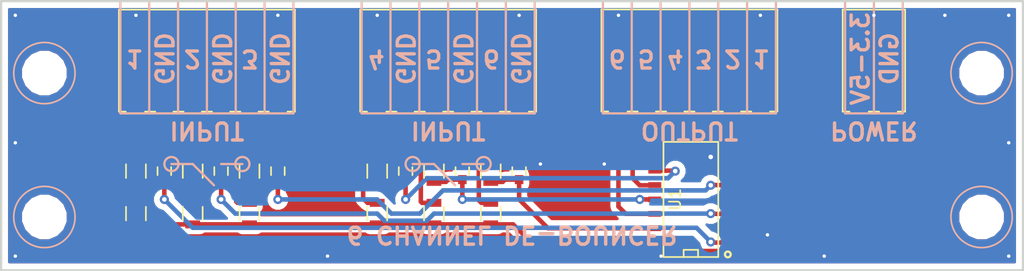
<source format=kicad_pcb>
(kicad_pcb (version 20170123) (host pcbnew "(2017-05-31 revision c0bb8a30c)-makepkg")

  (general
    (links 78)
    (no_connects 0)
    (area -3.263095 -2.4685 93.263095 24.9895)
    (thickness 1.6)
    (drawings 68)
    (tracks 161)
    (zones 0)
    (modules 47)
    (nets 21)
  )

  (page A4)
  (layers
    (0 F.Cu signal)
    (31 B.Cu signal)
    (32 B.Adhes user)
    (33 F.Adhes user)
    (34 B.Paste user)
    (35 F.Paste user)
    (36 B.SilkS user)
    (37 F.SilkS user)
    (38 B.Mask user)
    (39 F.Mask user)
    (40 Dwgs.User user)
    (41 Cmts.User user)
    (42 Eco1.User user)
    (43 Eco2.User user)
    (44 Edge.Cuts user)
    (45 Margin user)
    (46 B.CrtYd user)
    (47 F.CrtYd user)
    (48 B.Fab user)
    (49 F.Fab user hide)
  )

  (setup
    (last_trace_width 0.4)
    (trace_clearance 0.2)
    (zone_clearance 0.508)
    (zone_45_only no)
    (trace_min 0.2)
    (segment_width 0.2)
    (edge_width 0.1)
    (via_size 0.8)
    (via_drill 0.4)
    (via_min_size 0.4)
    (via_min_drill 0.3)
    (uvia_size 0.3)
    (uvia_drill 0.1)
    (uvias_allowed no)
    (uvia_min_size 0.2)
    (uvia_min_drill 0.1)
    (pcb_text_width 0.3)
    (pcb_text_size 1.5 1.5)
    (mod_edge_width 0.15)
    (mod_text_size 1 1)
    (mod_text_width 0.15)
    (pad_size 2.3 5.6)
    (pad_drill 0)
    (pad_to_mask_clearance 0)
    (aux_axis_origin 0 0)
    (visible_elements 7FFFFF7F)
    (pcbplotparams
      (layerselection 0x00030_ffffffff)
      (usegerberextensions false)
      (excludeedgelayer true)
      (linewidth 0.100000)
      (plotframeref false)
      (viasonmask false)
      (mode 1)
      (useauxorigin false)
      (hpglpennumber 1)
      (hpglpenspeed 20)
      (hpglpendiameter 15)
      (psnegative false)
      (psa4output false)
      (plotreference true)
      (plotvalue true)
      (plotinvisibletext false)
      (padsonsilk false)
      (subtractmaskfromsilk false)
      (outputformat 1)
      (mirror false)
      (drillshape 1)
      (scaleselection 1)
      (outputdirectory ""))
  )

  (net 0 "")
  (net 1 "Net-(C1-Pad1)")
  (net 2 GND)
  (net 3 "Net-(C2-Pad1)")
  (net 4 "Net-(C3-Pad1)")
  (net 5 "Net-(C4-Pad1)")
  (net 6 "Net-(C5-Pad1)")
  (net 7 "Net-(C6-Pad1)")
  (net 8 VCC)
  (net 9 Button_3)
  (net 10 Button_2)
  (net 11 Button_1)
  (net 12 Button_4)
  (net 13 Button_5)
  (net 14 Button_6)
  (net 15 Output_1)
  (net 16 Output_2)
  (net 17 Output_3)
  (net 18 Output_4)
  (net 19 Output_5)
  (net 20 Output_6)

  (net_class Default "This is the default net class."
    (clearance 0.2)
    (trace_width 0.4)
    (via_dia 0.8)
    (via_drill 0.4)
    (uvia_dia 0.3)
    (uvia_drill 0.1)
    (add_net Button_1)
    (add_net Button_2)
    (add_net Button_3)
    (add_net Button_4)
    (add_net Button_5)
    (add_net Button_6)
    (add_net GND)
    (add_net "Net-(C1-Pad1)")
    (add_net "Net-(C2-Pad1)")
    (add_net "Net-(C3-Pad1)")
    (add_net "Net-(C4-Pad1)")
    (add_net "Net-(C5-Pad1)")
    (add_net "Net-(C6-Pad1)")
    (add_net Output_1)
    (add_net Output_2)
    (add_net Output_3)
    (add_net Output_4)
    (add_net Output_5)
    (add_net Output_6)
    (add_net VCC)
  )

  (module .pretty:VIA-0.6mm (layer F.Cu) (tedit 5A2AEFC3) (tstamp 5A32B401)
    (at 88.75 12.5)
    (zone_connect 2)
    (fp_text reference REF** (at 0 1.397) (layer F.SilkS) hide
      (effects (font (size 1 1) (thickness 0.15)))
    )
    (fp_text value VIA-0.6mm (at 0 -1.27) (layer F.Fab) hide
      (effects (font (size 1 1) (thickness 0.15)))
    )
    (pad 1 thru_hole circle (at 0 0) (size 0.6 0.6) (drill 0.3) (layers *.Cu)
      (net 2 GND) (zone_connect 2))
  )

  (module .pretty:VIA-0.6mm (layer F.Cu) (tedit 5A2AEFC3) (tstamp 5A32B3FD)
    (at 1.25 12.5)
    (zone_connect 2)
    (fp_text reference REF** (at 0 1.397) (layer F.SilkS) hide
      (effects (font (size 1 1) (thickness 0.15)))
    )
    (fp_text value VIA-0.6mm (at 0 -1.27) (layer F.Fab) hide
      (effects (font (size 1 1) (thickness 0.15)))
    )
    (pad 1 thru_hole circle (at 0 0) (size 0.6 0.6) (drill 0.3) (layers *.Cu)
      (net 2 GND) (zone_connect 2))
  )

  (module .pretty:VIA-0.6mm (layer F.Cu) (tedit 5A2AEFC3) (tstamp 5A32B3F8)
    (at 83.125 1.25)
    (zone_connect 2)
    (fp_text reference REF** (at 0 1.397) (layer F.SilkS) hide
      (effects (font (size 1 1) (thickness 0.15)))
    )
    (fp_text value VIA-0.6mm (at 0 -1.27) (layer F.Fab) hide
      (effects (font (size 1 1) (thickness 0.15)))
    )
    (pad 1 thru_hole circle (at 0 0) (size 0.6 0.6) (drill 0.3) (layers *.Cu)
      (net 2 GND) (zone_connect 2))
  )

  (module .pretty:VIA-0.6mm (layer F.Cu) (tedit 5A2AEFC3) (tstamp 5A32B3F4)
    (at 76.875 1.25)
    (zone_connect 2)
    (fp_text reference REF** (at 0 1.397) (layer F.SilkS) hide
      (effects (font (size 1 1) (thickness 0.15)))
    )
    (fp_text value VIA-0.6mm (at 0 -1.27) (layer F.Fab) hide
      (effects (font (size 1 1) (thickness 0.15)))
    )
    (pad 1 thru_hole circle (at 0 0) (size 0.6 0.6) (drill 0.3) (layers *.Cu)
      (net 2 GND) (zone_connect 2))
  )

  (module .pretty:VIA-0.6mm (layer F.Cu) (tedit 5A2AEFC3) (tstamp 5A32B3EB)
    (at 54.375 1.25)
    (zone_connect 2)
    (fp_text reference REF** (at 0 1.397) (layer F.SilkS) hide
      (effects (font (size 1 1) (thickness 0.15)))
    )
    (fp_text value VIA-0.6mm (at 0 -1.27) (layer F.Fab) hide
      (effects (font (size 1 1) (thickness 0.15)))
    )
    (pad 1 thru_hole circle (at 0 0) (size 0.6 0.6) (drill 0.3) (layers *.Cu)
      (net 2 GND) (zone_connect 2))
  )

  (module .pretty:VIA-0.6mm (layer F.Cu) (tedit 5A2AEFC3) (tstamp 5A32B3E2)
    (at 11.875 1.25)
    (zone_connect 2)
    (fp_text reference REF** (at 0 1.397) (layer F.SilkS) hide
      (effects (font (size 1 1) (thickness 0.15)))
    )
    (fp_text value VIA-0.6mm (at 0 -1.27) (layer F.Fab) hide
      (effects (font (size 1 1) (thickness 0.15)))
    )
    (pad 1 thru_hole circle (at 0 0) (size 0.6 0.6) (drill 0.3) (layers *.Cu)
      (net 2 GND) (zone_connect 2))
  )

  (module .pretty:VIA-0.6mm (layer F.Cu) (tedit 5A2AEFC3) (tstamp 5A32B3DE)
    (at 33.125 1.25)
    (zone_connect 2)
    (fp_text reference REF** (at 0 1.397) (layer F.SilkS) hide
      (effects (font (size 1 1) (thickness 0.15)))
    )
    (fp_text value VIA-0.6mm (at 0 -1.27) (layer F.Fab) hide
      (effects (font (size 1 1) (thickness 0.15)))
    )
    (pad 1 thru_hole circle (at 0 0) (size 0.6 0.6) (drill 0.3) (layers *.Cu)
      (net 2 GND) (zone_connect 2))
  )

  (module .pretty:VIA-0.6mm (layer F.Cu) (tedit 5A2AEFC3) (tstamp 5A32B3D1)
    (at 47.5 14.375)
    (zone_connect 2)
    (fp_text reference REF** (at 0 1.397) (layer F.SilkS) hide
      (effects (font (size 1 1) (thickness 0.15)))
    )
    (fp_text value VIA-0.6mm (at 0 -1.27) (layer F.Fab) hide
      (effects (font (size 1 1) (thickness 0.15)))
    )
    (pad 1 thru_hole circle (at 0 0) (size 0.6 0.6) (drill 0.3) (layers *.Cu)
      (net 2 GND) (zone_connect 2))
  )

  (module .pretty:VIA-0.6mm (layer F.Cu) (tedit 5A2AEFC3) (tstamp 5A32B3CD)
    (at 53.125 14.375)
    (zone_connect 2)
    (fp_text reference REF** (at 0 1.397) (layer F.SilkS) hide
      (effects (font (size 1 1) (thickness 0.15)))
    )
    (fp_text value VIA-0.6mm (at 0 -1.27) (layer F.Fab) hide
      (effects (font (size 1 1) (thickness 0.15)))
    )
    (pad 1 thru_hole circle (at 0 0) (size 0.6 0.6) (drill 0.3) (layers *.Cu)
      (net 2 GND) (zone_connect 2))
  )

  (module .pretty:VIA-0.6mm (layer F.Cu) (tedit 5A2AEFC3) (tstamp 5A32B3C9)
    (at 67.5 20.625)
    (zone_connect 2)
    (fp_text reference REF** (at 0 1.397) (layer F.SilkS) hide
      (effects (font (size 1 1) (thickness 0.15)))
    )
    (fp_text value VIA-0.6mm (at 0 -1.27) (layer F.Fab) hide
      (effects (font (size 1 1) (thickness 0.15)))
    )
    (pad 1 thru_hole circle (at 0 0) (size 0.6 0.6) (drill 0.3) (layers *.Cu)
      (net 2 GND) (zone_connect 2))
  )

  (module .pretty:VIA-0.6mm (layer F.Cu) (tedit 5A2AEFC3) (tstamp 5A32B31A)
    (at 1.25 22.5)
    (zone_connect 2)
    (fp_text reference REF** (at 0 1.397) (layer F.SilkS) hide
      (effects (font (size 1 1) (thickness 0.15)))
    )
    (fp_text value VIA-0.6mm (at 0 -1.27) (layer F.Fab) hide
      (effects (font (size 1 1) (thickness 0.15)))
    )
    (pad 1 thru_hole circle (at 0 0) (size 0.6 0.6) (drill 0.3) (layers *.Cu)
      (net 2 GND) (zone_connect 2))
  )

  (module .pretty:VIA-0.6mm (layer F.Cu) (tedit 5A2AEFC3) (tstamp 5A32B30F)
    (at 28.75 22.5)
    (zone_connect 2)
    (fp_text reference REF** (at 0 1.397) (layer F.SilkS) hide
      (effects (font (size 1 1) (thickness 0.15)))
    )
    (fp_text value VIA-0.6mm (at 0 -1.27) (layer F.Fab) hide
      (effects (font (size 1 1) (thickness 0.15)))
    )
    (pad 1 thru_hole circle (at 0 0) (size 0.6 0.6) (drill 0.3) (layers *.Cu)
      (net 2 GND) (zone_connect 2))
  )

  (module .pretty:VIA-0.6mm (layer F.Cu) (tedit 5A2AEFC3) (tstamp 5A32B30B)
    (at 58.125 22.5)
    (zone_connect 2)
    (fp_text reference REF** (at 0 1.397) (layer F.SilkS) hide
      (effects (font (size 1 1) (thickness 0.15)))
    )
    (fp_text value VIA-0.6mm (at 0 -1.27) (layer F.Fab) hide
      (effects (font (size 1 1) (thickness 0.15)))
    )
    (pad 1 thru_hole circle (at 0 0) (size 0.6 0.6) (drill 0.3) (layers *.Cu)
      (net 2 GND) (zone_connect 2))
  )

  (module .pretty:VIA-0.6mm (layer F.Cu) (tedit 5A2AEFC3) (tstamp 5A32B307)
    (at 72.5 22.5)
    (zone_connect 2)
    (fp_text reference REF** (at 0 1.397) (layer F.SilkS) hide
      (effects (font (size 1 1) (thickness 0.15)))
    )
    (fp_text value VIA-0.6mm (at 0 -1.27) (layer F.Fab) hide
      (effects (font (size 1 1) (thickness 0.15)))
    )
    (pad 1 thru_hole circle (at 0 0) (size 0.6 0.6) (drill 0.3) (layers *.Cu)
      (net 2 GND) (zone_connect 2))
  )

  (module .pretty:VIA-0.6mm (layer F.Cu) (tedit 5A2AEFC3) (tstamp 5A32B303)
    (at 88.75 22.5)
    (zone_connect 2)
    (fp_text reference REF** (at 0 1.397) (layer F.SilkS) hide
      (effects (font (size 1 1) (thickness 0.15)))
    )
    (fp_text value VIA-0.6mm (at 0 -1.27) (layer F.Fab) hide
      (effects (font (size 1 1) (thickness 0.15)))
    )
    (pad 1 thru_hole circle (at 0 0) (size 0.6 0.6) (drill 0.3) (layers *.Cu)
      (net 2 GND) (zone_connect 2))
  )

  (module .pretty:VIA-0.6mm (layer F.Cu) (tedit 5A2AEFC3) (tstamp 5A32B2FF)
    (at 88.75 1.25)
    (zone_connect 2)
    (fp_text reference REF** (at 0 1.397) (layer F.SilkS) hide
      (effects (font (size 1 1) (thickness 0.15)))
    )
    (fp_text value VIA-0.6mm (at 0 -1.27) (layer F.Fab) hide
      (effects (font (size 1 1) (thickness 0.15)))
    )
    (pad 1 thru_hole circle (at 0 0) (size 0.6 0.6) (drill 0.3) (layers *.Cu)
      (net 2 GND) (zone_connect 2))
  )

  (module .pretty:VIA-0.6mm (layer F.Cu) (tedit 5A2AEFC3) (tstamp 5A32B2F4)
    (at 66.875 1.25)
    (zone_connect 2)
    (fp_text reference REF** (at 0 1.397) (layer F.SilkS) hide
      (effects (font (size 1 1) (thickness 0.15)))
    )
    (fp_text value VIA-0.6mm (at 0 -1.27) (layer F.Fab) hide
      (effects (font (size 1 1) (thickness 0.15)))
    )
    (pad 1 thru_hole circle (at 0 0) (size 0.6 0.6) (drill 0.3) (layers *.Cu)
      (net 2 GND) (zone_connect 2))
  )

  (module .pretty:VIA-0.6mm (layer F.Cu) (tedit 5A2AEFC3) (tstamp 5A32B2F0)
    (at 45.625 1.25)
    (zone_connect 2)
    (fp_text reference REF** (at 0 1.397) (layer F.SilkS) hide
      (effects (font (size 1 1) (thickness 0.15)))
    )
    (fp_text value VIA-0.6mm (at 0 -1.27) (layer F.Fab) hide
      (effects (font (size 1 1) (thickness 0.15)))
    )
    (pad 1 thru_hole circle (at 0 0) (size 0.6 0.6) (drill 0.3) (layers *.Cu)
      (net 2 GND) (zone_connect 2))
  )

  (module .pretty:VIA-0.6mm (layer F.Cu) (tedit 5A2AEFC3) (tstamp 5A32B2EC)
    (at 24.375 1.25)
    (zone_connect 2)
    (fp_text reference REF** (at 0 1.397) (layer F.SilkS) hide
      (effects (font (size 1 1) (thickness 0.15)))
    )
    (fp_text value VIA-0.6mm (at 0 -1.27) (layer F.Fab) hide
      (effects (font (size 1 1) (thickness 0.15)))
    )
    (pad 1 thru_hole circle (at 0 0) (size 0.6 0.6) (drill 0.3) (layers *.Cu)
      (net 2 GND) (zone_connect 2))
  )

  (module .pretty:VIA-0.6mm (layer F.Cu) (tedit 5A2AEFC3) (tstamp 5A32B2C2)
    (at 1.25 1.25)
    (zone_connect 2)
    (fp_text reference REF** (at 0 1.397) (layer F.SilkS) hide
      (effects (font (size 1 1) (thickness 0.15)))
    )
    (fp_text value VIA-0.6mm (at 0 -1.27) (layer F.Fab) hide
      (effects (font (size 1 1) (thickness 0.15)))
    )
    (pad 1 thru_hole circle (at 0 0) (size 0.6 0.6) (drill 0.3) (layers *.Cu)
      (net 2 GND) (zone_connect 2))
  )

  (module .pretty:1pin (layer B.Cu) (tedit 565CC809) (tstamp 5A30CC1A)
    (at 86.36 19.05)
    (descr "module 1 pin (ou trou mecanique de percage)")
    (tags DEV)
    (fp_text reference REF** (at 0 3.048) (layer B.SilkS) hide
      (effects (font (size 1 1) (thickness 0.15)) (justify mirror))
    )
    (fp_text value 1pin (at 0 -2.794) (layer B.Fab) hide
      (effects (font (size 1 1) (thickness 0.15)) (justify mirror))
    )
    (fp_circle (center 0 0) (end 0 2.7) (layer B.SilkS) (width 0.15))
    (pad "" np_thru_hole circle (at 0 0) (size 2.921 2.921) (drill 2.921) (layers *.Cu *.Mask))
  )

  (module .pretty:1pin (layer B.Cu) (tedit 565CC809) (tstamp 5A30CBCE)
    (at 3.81 19.05)
    (descr "module 1 pin (ou trou mecanique de percage)")
    (tags DEV)
    (fp_text reference REF** (at 0 3.048) (layer B.SilkS) hide
      (effects (font (size 1 1) (thickness 0.15)) (justify mirror))
    )
    (fp_text value 1pin (at 0 -2.794) (layer B.Fab) hide
      (effects (font (size 1 1) (thickness 0.15)) (justify mirror))
    )
    (fp_circle (center 0 0) (end 0 2.7) (layer B.SilkS) (width 0.15))
    (pad "" np_thru_hole circle (at 0 0) (size 2.921 2.921) (drill 2.921) (layers *.Cu *.Mask))
  )

  (module .pretty:1pin (layer B.Cu) (tedit 565CC809) (tstamp 5A30C983)
    (at 3.81 6.35)
    (descr "module 1 pin (ou trou mecanique de percage)")
    (tags DEV)
    (fp_text reference REF** (at 0 3.048) (layer B.SilkS) hide
      (effects (font (size 1 1) (thickness 0.15)) (justify mirror))
    )
    (fp_text value 1pin (at 0 -2.794) (layer B.Fab) hide
      (effects (font (size 1 1) (thickness 0.15)) (justify mirror))
    )
    (fp_circle (center 0 0) (end 0 2.7) (layer B.SilkS) (width 0.15))
    (pad "" np_thru_hole circle (at 0 0) (size 2.921 2.921) (drill 2.921) (layers *.Cu *.Mask))
  )

  (module .pretty:1pin (layer B.Cu) (tedit 565CC809) (tstamp 5A30C964)
    (at 86.36 6.35)
    (descr "module 1 pin (ou trou mecanique de percage)")
    (tags DEV)
    (fp_text reference REF** (at 0 3.048) (layer B.SilkS) hide
      (effects (font (size 1 1) (thickness 0.15)) (justify mirror))
    )
    (fp_text value 1pin (at 0 -2.794) (layer B.Fab) hide
      (effects (font (size 1 1) (thickness 0.15)) (justify mirror))
    )
    (fp_circle (center 0 0) (end 0 2.7) (layer B.SilkS) (width 0.15))
    (pad "" np_thru_hole circle (at 0 0) (size 2.921 2.921) (drill 2.921) (layers *.Cu *.Mask))
  )

  (module Capacitors_SMD:C_0603 (layer F.Cu) (tedit 5A2EED83) (tstamp 5A390C29)
    (at 14.375 15 90)
    (descr "Capacitor SMD 0603, reflow soldering, AVX (see smccp.pdf)")
    (tags "capacitor 0603")
    (path /5A29A75F)
    (attr smd)
    (fp_text reference C1 (at -2.5 0 90) (layer F.SilkS) hide
      (effects (font (size 1 1) (thickness 0.15)))
    )
    (fp_text value 0.1uF (at 0 1.9 90) (layer F.Fab)
      (effects (font (size 1 1) (thickness 0.15)))
    )
    (fp_line (start -1.45 -0.75) (end 1.45 -0.75) (layer F.CrtYd) (width 0.05))
    (fp_line (start -1.45 0.75) (end 1.45 0.75) (layer F.CrtYd) (width 0.05))
    (fp_line (start -1.45 -0.75) (end -1.45 0.75) (layer F.CrtYd) (width 0.05))
    (fp_line (start 1.45 -0.75) (end 1.45 0.75) (layer F.CrtYd) (width 0.05))
    (fp_line (start -0.35 -0.6) (end 0.35 -0.6) (layer F.SilkS) (width 0.15))
    (fp_line (start 0.35 0.6) (end -0.35 0.6) (layer F.SilkS) (width 0.15))
    (pad 1 smd rect (at -0.75 0 90) (size 0.8 0.75) (layers F.Cu F.Paste F.Mask)
      (net 1 "Net-(C1-Pad1)"))
    (pad 2 smd rect (at 0.75 0 90) (size 0.8 0.75) (layers F.Cu F.Paste F.Mask)
      (net 2 GND))
    (model Capacitors_SMD.3dshapes/C_0603.wrl
      (at (xyz 0 0 0))
      (scale (xyz 1 1 1))
      (rotate (xyz 0 0 0))
    )
  )

  (module Capacitors_SMD:C_0603 (layer F.Cu) (tedit 5A2EED8D) (tstamp 5A390C35)
    (at 19.375 15 90)
    (descr "Capacitor SMD 0603, reflow soldering, AVX (see smccp.pdf)")
    (tags "capacitor 0603")
    (path /5A29B057)
    (attr smd)
    (fp_text reference C2 (at 0 -1.9 90) (layer F.SilkS) hide
      (effects (font (size 1 1) (thickness 0.15)))
    )
    (fp_text value 0.1uF (at 0 1.9 90) (layer F.Fab)
      (effects (font (size 1 1) (thickness 0.15)))
    )
    (fp_line (start 0.35 0.6) (end -0.35 0.6) (layer F.SilkS) (width 0.15))
    (fp_line (start -0.35 -0.6) (end 0.35 -0.6) (layer F.SilkS) (width 0.15))
    (fp_line (start 1.45 -0.75) (end 1.45 0.75) (layer F.CrtYd) (width 0.05))
    (fp_line (start -1.45 -0.75) (end -1.45 0.75) (layer F.CrtYd) (width 0.05))
    (fp_line (start -1.45 0.75) (end 1.45 0.75) (layer F.CrtYd) (width 0.05))
    (fp_line (start -1.45 -0.75) (end 1.45 -0.75) (layer F.CrtYd) (width 0.05))
    (pad 2 smd rect (at 0.75 0 90) (size 0.8 0.75) (layers F.Cu F.Paste F.Mask)
      (net 2 GND))
    (pad 1 smd rect (at -0.75 0 90) (size 0.8 0.75) (layers F.Cu F.Paste F.Mask)
      (net 3 "Net-(C2-Pad1)"))
    (model Capacitors_SMD.3dshapes/C_0603.wrl
      (at (xyz 0 0 0))
      (scale (xyz 1 1 1))
      (rotate (xyz 0 0 0))
    )
  )

  (module Capacitors_SMD:C_0603 (layer F.Cu) (tedit 5A2EED96) (tstamp 5A390C41)
    (at 24.375 15 90)
    (descr "Capacitor SMD 0603, reflow soldering, AVX (see smccp.pdf)")
    (tags "capacitor 0603")
    (path /5A29B3B8)
    (attr smd)
    (fp_text reference C3 (at 0 -1.9 90) (layer F.SilkS) hide
      (effects (font (size 1 1) (thickness 0.15)))
    )
    (fp_text value 0.1uF (at 0 1.9 90) (layer F.Fab)
      (effects (font (size 1 1) (thickness 0.15)))
    )
    (fp_line (start -1.45 -0.75) (end 1.45 -0.75) (layer F.CrtYd) (width 0.05))
    (fp_line (start -1.45 0.75) (end 1.45 0.75) (layer F.CrtYd) (width 0.05))
    (fp_line (start -1.45 -0.75) (end -1.45 0.75) (layer F.CrtYd) (width 0.05))
    (fp_line (start 1.45 -0.75) (end 1.45 0.75) (layer F.CrtYd) (width 0.05))
    (fp_line (start -0.35 -0.6) (end 0.35 -0.6) (layer F.SilkS) (width 0.15))
    (fp_line (start 0.35 0.6) (end -0.35 0.6) (layer F.SilkS) (width 0.15))
    (pad 1 smd rect (at -0.75 0 90) (size 0.8 0.75) (layers F.Cu F.Paste F.Mask)
      (net 4 "Net-(C3-Pad1)"))
    (pad 2 smd rect (at 0.75 0 90) (size 0.8 0.75) (layers F.Cu F.Paste F.Mask)
      (net 2 GND))
    (model Capacitors_SMD.3dshapes/C_0603.wrl
      (at (xyz 0 0 0))
      (scale (xyz 1 1 1))
      (rotate (xyz 0 0 0))
    )
  )

  (module Capacitors_SMD:C_0603 (layer F.Cu) (tedit 5A2EED9F) (tstamp 5A390C4D)
    (at 35.625 15 90)
    (descr "Capacitor SMD 0603, reflow soldering, AVX (see smccp.pdf)")
    (tags "capacitor 0603")
    (path /5A29B3EB)
    (attr smd)
    (fp_text reference C4 (at 0 -1.9 180) (layer F.SilkS) hide
      (effects (font (size 1 1) (thickness 0.15)))
    )
    (fp_text value 0.1uF (at 0 1.9 90) (layer F.Fab)
      (effects (font (size 1 1) (thickness 0.15)))
    )
    (fp_line (start 0.35 0.6) (end -0.35 0.6) (layer F.SilkS) (width 0.15))
    (fp_line (start -0.35 -0.6) (end 0.35 -0.6) (layer F.SilkS) (width 0.15))
    (fp_line (start 1.45 -0.75) (end 1.45 0.75) (layer F.CrtYd) (width 0.05))
    (fp_line (start -1.45 -0.75) (end -1.45 0.75) (layer F.CrtYd) (width 0.05))
    (fp_line (start -1.45 0.75) (end 1.45 0.75) (layer F.CrtYd) (width 0.05))
    (fp_line (start -1.45 -0.75) (end 1.45 -0.75) (layer F.CrtYd) (width 0.05))
    (pad 2 smd rect (at 0.75 0 90) (size 0.8 0.75) (layers F.Cu F.Paste F.Mask)
      (net 2 GND))
    (pad 1 smd rect (at -0.75 0 90) (size 0.8 0.75) (layers F.Cu F.Paste F.Mask)
      (net 5 "Net-(C4-Pad1)"))
    (model Capacitors_SMD.3dshapes/C_0603.wrl
      (at (xyz 0 0 0))
      (scale (xyz 1 1 1))
      (rotate (xyz 0 0 0))
    )
  )

  (module Capacitors_SMD:C_0603 (layer F.Cu) (tedit 5A2EEDA9) (tstamp 5A390C59)
    (at 40.625 15 90)
    (descr "Capacitor SMD 0603, reflow soldering, AVX (see smccp.pdf)")
    (tags "capacitor 0603")
    (path /5A29B12A)
    (attr smd)
    (fp_text reference C5 (at 0 -1.9 90) (layer F.SilkS) hide
      (effects (font (size 1 1) (thickness 0.15)))
    )
    (fp_text value 0.1uF (at 0 1.9 90) (layer F.Fab)
      (effects (font (size 1 1) (thickness 0.15)))
    )
    (fp_line (start -1.45 -0.75) (end 1.45 -0.75) (layer F.CrtYd) (width 0.05))
    (fp_line (start -1.45 0.75) (end 1.45 0.75) (layer F.CrtYd) (width 0.05))
    (fp_line (start -1.45 -0.75) (end -1.45 0.75) (layer F.CrtYd) (width 0.05))
    (fp_line (start 1.45 -0.75) (end 1.45 0.75) (layer F.CrtYd) (width 0.05))
    (fp_line (start -0.35 -0.6) (end 0.35 -0.6) (layer F.SilkS) (width 0.15))
    (fp_line (start 0.35 0.6) (end -0.35 0.6) (layer F.SilkS) (width 0.15))
    (pad 1 smd rect (at -0.75 0 90) (size 0.8 0.75) (layers F.Cu F.Paste F.Mask)
      (net 6 "Net-(C5-Pad1)"))
    (pad 2 smd rect (at 0.75 0 90) (size 0.8 0.75) (layers F.Cu F.Paste F.Mask)
      (net 2 GND))
    (model Capacitors_SMD.3dshapes/C_0603.wrl
      (at (xyz 0 0 0))
      (scale (xyz 1 1 1))
      (rotate (xyz 0 0 0))
    )
  )

  (module Capacitors_SMD:C_0603 (layer F.Cu) (tedit 5A2EEDB2) (tstamp 5A390C65)
    (at 45.625 15 90)
    (descr "Capacitor SMD 0603, reflow soldering, AVX (see smccp.pdf)")
    (tags "capacitor 0603")
    (path /5A29B15D)
    (attr smd)
    (fp_text reference C6 (at 0 -1.9 90) (layer F.SilkS) hide
      (effects (font (size 1 1) (thickness 0.15)))
    )
    (fp_text value 0.1uF (at 0 1.9 90) (layer F.Fab)
      (effects (font (size 1 1) (thickness 0.15)))
    )
    (fp_line (start 0.35 0.6) (end -0.35 0.6) (layer F.SilkS) (width 0.15))
    (fp_line (start -0.35 -0.6) (end 0.35 -0.6) (layer F.SilkS) (width 0.15))
    (fp_line (start 1.45 -0.75) (end 1.45 0.75) (layer F.CrtYd) (width 0.05))
    (fp_line (start -1.45 -0.75) (end -1.45 0.75) (layer F.CrtYd) (width 0.05))
    (fp_line (start -1.45 0.75) (end 1.45 0.75) (layer F.CrtYd) (width 0.05))
    (fp_line (start -1.45 -0.75) (end 1.45 -0.75) (layer F.CrtYd) (width 0.05))
    (pad 2 smd rect (at 0.75 0 90) (size 0.8 0.75) (layers F.Cu F.Paste F.Mask)
      (net 2 GND))
    (pad 1 smd rect (at -0.75 0 90) (size 0.8 0.75) (layers F.Cu F.Paste F.Mask)
      (net 7 "Net-(C6-Pad1)"))
    (model Capacitors_SMD.3dshapes/C_0603.wrl
      (at (xyz 0 0 0))
      (scale (xyz 1 1 1))
      (rotate (xyz 0 0 0))
    )
  )

  (module .pretty:1814676 (layer F.Cu) (tedit 5A2AF06E) (tstamp 5A390C8B)
    (at 18.125 6.25)
    (path /5A29FC6B)
    (fp_text reference J2 (at 0 -6.223) (layer F.SilkS) hide
      (effects (font (size 1 1) (thickness 0.15)))
    )
    (fp_text value CONN_01X06 (at 0 -7.747) (layer F.Fab) hide
      (effects (font (size 1 1) (thickness 0.15)))
    )
    (fp_line (start 4.55 3.5) (end 5.45 3.5) (layer F.SilkS) (width 0.15))
    (fp_line (start 2.05 3.5) (end 2.95 3.5) (layer F.SilkS) (width 0.15))
    (fp_line (start -0.45 3.5) (end 0.45 3.5) (layer F.SilkS) (width 0.15))
    (fp_line (start -2.95 3.5) (end -2.05 3.5) (layer F.SilkS) (width 0.15))
    (fp_line (start -5.45 3.5) (end -4.55 3.5) (layer F.SilkS) (width 0.15))
    (fp_line (start 7.75 3.5) (end 7.1 3.5) (layer F.SilkS) (width 0.15))
    (fp_line (start -7.75 3.5) (end -7.75 -5.5) (layer F.SilkS) (width 0.15))
    (fp_line (start -7.15 3.5) (end -7.75 3.5) (layer F.SilkS) (width 0.15))
    (fp_line (start 7.75 -5.5) (end 7.75 3.5) (layer F.SilkS) (width 0.15))
    (fp_line (start -7.75 -5.5) (end 7.75 -5.5) (layer F.SilkS) (width 0.15))
    (pad 1 smd rect (at -6.25 3.85) (size 1.4 3.4) (layers F.Cu F.Paste F.Mask)
      (net 11 Button_1))
    (pad 2 smd rect (at -3.75 3.85) (size 1.4 3.4) (layers F.Cu F.Paste F.Mask)
      (net 2 GND))
    (pad 3 smd rect (at -1.25 3.85) (size 1.4 3.4) (layers F.Cu F.Paste F.Mask)
      (net 10 Button_2))
    (pad 4 smd rect (at 1.25 3.85) (size 1.4 3.4) (layers F.Cu F.Paste F.Mask)
      (net 2 GND))
    (pad 5 smd rect (at 3.75 3.85) (size 1.4 3.4) (layers F.Cu F.Paste F.Mask)
      (net 9 Button_3))
    (pad 6 smd rect (at 6.25 3.85) (size 1.4 3.4) (layers F.Cu F.Paste F.Mask)
      (net 2 GND))
    (pad 7 smd rect (at 8.85 -2.75) (size 2.3 5.6) (layers F.Cu F.Paste F.Mask)
      (net 2 GND))
    (pad 7 smd rect (at -8.85 -2.75) (size 2.3 5.6) (layers F.Cu F.Paste F.Mask)
      (net 2 GND))
    (model "C:/Program Files/KiCad/3D lib/Junes.3dshapes/1814676_00.step"
      (at (xyz -0.3031496062992126 0.2519685039370079 0))
      (scale (xyz 1 1 1))
      (rotate (xyz -90 0 90))
    )
  )

  (module .pretty:1814676 (layer F.Cu) (tedit 5A2AF078) (tstamp 5A390CA1)
    (at 39.375 6.25)
    (path /5A2A0790)
    (fp_text reference J3 (at 0 -6.223) (layer F.SilkS) hide
      (effects (font (size 1 1) (thickness 0.15)))
    )
    (fp_text value CONN_01X06 (at 0 -7.747) (layer F.Fab) hide
      (effects (font (size 1 1) (thickness 0.15)))
    )
    (fp_line (start -7.75 -5.5) (end 7.75 -5.5) (layer F.SilkS) (width 0.15))
    (fp_line (start 7.75 -5.5) (end 7.75 3.5) (layer F.SilkS) (width 0.15))
    (fp_line (start -7.15 3.5) (end -7.75 3.5) (layer F.SilkS) (width 0.15))
    (fp_line (start -7.75 3.5) (end -7.75 -5.5) (layer F.SilkS) (width 0.15))
    (fp_line (start 7.75 3.5) (end 7.1 3.5) (layer F.SilkS) (width 0.15))
    (fp_line (start -5.45 3.5) (end -4.55 3.5) (layer F.SilkS) (width 0.15))
    (fp_line (start -2.95 3.5) (end -2.05 3.5) (layer F.SilkS) (width 0.15))
    (fp_line (start -0.45 3.5) (end 0.45 3.5) (layer F.SilkS) (width 0.15))
    (fp_line (start 2.05 3.5) (end 2.95 3.5) (layer F.SilkS) (width 0.15))
    (fp_line (start 4.55 3.5) (end 5.45 3.5) (layer F.SilkS) (width 0.15))
    (pad 7 smd rect (at -8.85 -2.75) (size 2.3 5.6) (layers F.Cu F.Paste F.Mask)
      (net 2 GND))
    (pad 7 smd rect (at 8.85 -2.75) (size 2.3 5.6) (layers F.Cu F.Paste F.Mask)
      (net 2 GND))
    (pad 6 smd rect (at 6.25 3.85) (size 1.4 3.4) (layers F.Cu F.Paste F.Mask)
      (net 2 GND))
    (pad 5 smd rect (at 3.75 3.85) (size 1.4 3.4) (layers F.Cu F.Paste F.Mask)
      (net 14 Button_6))
    (pad 4 smd rect (at 1.25 3.85) (size 1.4 3.4) (layers F.Cu F.Paste F.Mask)
      (net 2 GND))
    (pad 3 smd rect (at -1.25 3.85) (size 1.4 3.4) (layers F.Cu F.Paste F.Mask)
      (net 13 Button_5))
    (pad 2 smd rect (at -3.75 3.85) (size 1.4 3.4) (layers F.Cu F.Paste F.Mask)
      (net 2 GND))
    (pad 1 smd rect (at -6.25 3.85) (size 1.4 3.4) (layers F.Cu F.Paste F.Mask)
      (net 12 Button_4))
    (model "C:/Program Files/KiCad/3D lib/Junes.3dshapes/1814676_00.step"
      (at (xyz -0.3031496062992126 0.2519685039370079 0))
      (scale (xyz 1 1 1))
      (rotate (xyz -90 0 90))
    )
  )

  (module .pretty:1814676 (layer F.Cu) (tedit 5A2AF080) (tstamp 5A390CB7)
    (at 60.625 6.236)
    (path /5A29D5DC)
    (fp_text reference J4 (at 0 -6.223) (layer F.SilkS) hide
      (effects (font (size 1 1) (thickness 0.15)))
    )
    (fp_text value CONN_01X06 (at 0 -7.747) (layer F.Fab) hide
      (effects (font (size 1 1) (thickness 0.15)))
    )
    (fp_line (start -7.75 -5.5) (end 7.75 -5.5) (layer F.SilkS) (width 0.15))
    (fp_line (start 7.75 -5.5) (end 7.75 3.5) (layer F.SilkS) (width 0.15))
    (fp_line (start -7.15 3.5) (end -7.75 3.5) (layer F.SilkS) (width 0.15))
    (fp_line (start -7.75 3.5) (end -7.75 -5.5) (layer F.SilkS) (width 0.15))
    (fp_line (start 7.75 3.5) (end 7.1 3.5) (layer F.SilkS) (width 0.15))
    (fp_line (start -5.45 3.5) (end -4.55 3.5) (layer F.SilkS) (width 0.15))
    (fp_line (start -2.95 3.5) (end -2.05 3.5) (layer F.SilkS) (width 0.15))
    (fp_line (start -0.45 3.5) (end 0.45 3.5) (layer F.SilkS) (width 0.15))
    (fp_line (start 2.05 3.5) (end 2.95 3.5) (layer F.SilkS) (width 0.15))
    (fp_line (start 4.55 3.5) (end 5.45 3.5) (layer F.SilkS) (width 0.15))
    (pad 7 smd rect (at -8.85 -2.75) (size 2.3 5.6) (layers F.Cu F.Paste F.Mask)
      (net 2 GND))
    (pad 7 smd rect (at 8.85 -2.75) (size 2.3 5.6) (layers F.Cu F.Paste F.Mask)
      (net 2 GND))
    (pad 6 smd rect (at 6.25 3.85) (size 1.4 3.4) (layers F.Cu F.Paste F.Mask)
      (net 15 Output_1))
    (pad 5 smd rect (at 3.75 3.85) (size 1.4 3.4) (layers F.Cu F.Paste F.Mask)
      (net 16 Output_2))
    (pad 4 smd rect (at 1.25 3.85) (size 1.4 3.4) (layers F.Cu F.Paste F.Mask)
      (net 17 Output_3))
    (pad 3 smd rect (at -1.25 3.85) (size 1.4 3.4) (layers F.Cu F.Paste F.Mask)
      (net 18 Output_4))
    (pad 2 smd rect (at -3.75 3.85) (size 1.4 3.4) (layers F.Cu F.Paste F.Mask)
      (net 19 Output_5))
    (pad 1 smd rect (at -6.25 3.85) (size 1.4 3.4) (layers F.Cu F.Paste F.Mask)
      (net 20 Output_6))
    (model "C:/Program Files/KiCad/3D lib/Junes.3dshapes/1814676_00.step"
      (at (xyz -0.3031496062992126 0.2519685039370079 0))
      (scale (xyz 1 1 1))
      (rotate (xyz -90 0 90))
    )
  )

  (module Resistors_SMD:R_0805 (layer F.Cu) (tedit 5A2EED85) (tstamp 5A390CC3)
    (at 11.875 18.75 270)
    (descr "Resistor SMD 0805, reflow soldering, Vishay (see dcrcw.pdf)")
    (tags "resistor 0805")
    (path /5A29AE58)
    (attr smd)
    (fp_text reference R1 (at 0 1.875 270) (layer F.SilkS) hide
      (effects (font (size 1 1) (thickness 0.15)))
    )
    (fp_text value 10K (at 0 2.1 270) (layer F.Fab)
      (effects (font (size 1 1) (thickness 0.15)))
    )
    (fp_line (start -0.6 -0.875) (end 0.6 -0.875) (layer F.SilkS) (width 0.15))
    (fp_line (start 0.6 0.875) (end -0.6 0.875) (layer F.SilkS) (width 0.15))
    (fp_line (start 1.6 -1) (end 1.6 1) (layer F.CrtYd) (width 0.05))
    (fp_line (start -1.6 -1) (end -1.6 1) (layer F.CrtYd) (width 0.05))
    (fp_line (start -1.6 1) (end 1.6 1) (layer F.CrtYd) (width 0.05))
    (fp_line (start -1.6 -1) (end 1.6 -1) (layer F.CrtYd) (width 0.05))
    (pad 2 smd rect (at 0.95 0 270) (size 0.7 1.3) (layers F.Cu F.Paste F.Mask)
      (net 8 VCC))
    (pad 1 smd rect (at -0.95 0 270) (size 0.7 1.3) (layers F.Cu F.Paste F.Mask)
      (net 11 Button_1))
    (model Resistors_SMD.3dshapes/R_0805.wrl
      (at (xyz 0 0 0))
      (scale (xyz 1 1 1))
      (rotate (xyz 0 0 0))
    )
  )

  (module Resistors_SMD:R_0805 (layer F.Cu) (tedit 5A2EED91) (tstamp 5A390CCF)
    (at 16.875 18.75 270)
    (descr "Resistor SMD 0805, reflow soldering, Vishay (see dcrcw.pdf)")
    (tags "resistor 0805")
    (path /5A29B06B)
    (attr smd)
    (fp_text reference R2 (at 0 -2.1 270) (layer F.SilkS) hide
      (effects (font (size 1 1) (thickness 0.15)))
    )
    (fp_text value 10K (at 0 2.1 270) (layer F.Fab)
      (effects (font (size 1 1) (thickness 0.15)))
    )
    (fp_line (start -1.6 -1) (end 1.6 -1) (layer F.CrtYd) (width 0.05))
    (fp_line (start -1.6 1) (end 1.6 1) (layer F.CrtYd) (width 0.05))
    (fp_line (start -1.6 -1) (end -1.6 1) (layer F.CrtYd) (width 0.05))
    (fp_line (start 1.6 -1) (end 1.6 1) (layer F.CrtYd) (width 0.05))
    (fp_line (start 0.6 0.875) (end -0.6 0.875) (layer F.SilkS) (width 0.15))
    (fp_line (start -0.6 -0.875) (end 0.6 -0.875) (layer F.SilkS) (width 0.15))
    (pad 1 smd rect (at -0.95 0 270) (size 0.7 1.3) (layers F.Cu F.Paste F.Mask)
      (net 10 Button_2))
    (pad 2 smd rect (at 0.95 0 270) (size 0.7 1.3) (layers F.Cu F.Paste F.Mask)
      (net 8 VCC))
    (model Resistors_SMD.3dshapes/R_0805.wrl
      (at (xyz 0 0 0))
      (scale (xyz 1 1 1))
      (rotate (xyz 0 0 0))
    )
  )

  (module Resistors_SMD:R_0805 (layer F.Cu) (tedit 5A2EED99) (tstamp 5A390CDB)
    (at 21.875 18.75 270)
    (descr "Resistor SMD 0805, reflow soldering, Vishay (see dcrcw.pdf)")
    (tags "resistor 0805")
    (path /5A29B3CC)
    (attr smd)
    (fp_text reference R3 (at 0 -2.1 270) (layer F.SilkS) hide
      (effects (font (size 1 1) (thickness 0.15)))
    )
    (fp_text value 10K (at 0 2.1 270) (layer F.Fab)
      (effects (font (size 1 1) (thickness 0.15)))
    )
    (fp_line (start -1.6 -1) (end 1.6 -1) (layer F.CrtYd) (width 0.05))
    (fp_line (start -1.6 1) (end 1.6 1) (layer F.CrtYd) (width 0.05))
    (fp_line (start -1.6 -1) (end -1.6 1) (layer F.CrtYd) (width 0.05))
    (fp_line (start 1.6 -1) (end 1.6 1) (layer F.CrtYd) (width 0.05))
    (fp_line (start 0.6 0.875) (end -0.6 0.875) (layer F.SilkS) (width 0.15))
    (fp_line (start -0.6 -0.875) (end 0.6 -0.875) (layer F.SilkS) (width 0.15))
    (pad 1 smd rect (at -0.95 0 270) (size 0.7 1.3) (layers F.Cu F.Paste F.Mask)
      (net 9 Button_3))
    (pad 2 smd rect (at 0.95 0 270) (size 0.7 1.3) (layers F.Cu F.Paste F.Mask)
      (net 8 VCC))
    (model Resistors_SMD.3dshapes/R_0805.wrl
      (at (xyz 0 0 0))
      (scale (xyz 1 1 1))
      (rotate (xyz 0 0 0))
    )
  )

  (module Resistors_SMD:R_0805 (layer F.Cu) (tedit 5A2EEDA5) (tstamp 5A390CE7)
    (at 33.125 18.75 270)
    (descr "Resistor SMD 0805, reflow soldering, Vishay (see dcrcw.pdf)")
    (tags "resistor 0805")
    (path /5A29B3FF)
    (attr smd)
    (fp_text reference R4 (at 0 -2.1 270) (layer F.SilkS) hide
      (effects (font (size 1 1) (thickness 0.15)))
    )
    (fp_text value 10K (at 0 2.1 270) (layer F.Fab)
      (effects (font (size 1 1) (thickness 0.15)))
    )
    (fp_line (start -1.6 -1) (end 1.6 -1) (layer F.CrtYd) (width 0.05))
    (fp_line (start -1.6 1) (end 1.6 1) (layer F.CrtYd) (width 0.05))
    (fp_line (start -1.6 -1) (end -1.6 1) (layer F.CrtYd) (width 0.05))
    (fp_line (start 1.6 -1) (end 1.6 1) (layer F.CrtYd) (width 0.05))
    (fp_line (start 0.6 0.875) (end -0.6 0.875) (layer F.SilkS) (width 0.15))
    (fp_line (start -0.6 -0.875) (end 0.6 -0.875) (layer F.SilkS) (width 0.15))
    (pad 1 smd rect (at -0.95 0 270) (size 0.7 1.3) (layers F.Cu F.Paste F.Mask)
      (net 12 Button_4))
    (pad 2 smd rect (at 0.95 0 270) (size 0.7 1.3) (layers F.Cu F.Paste F.Mask)
      (net 8 VCC))
    (model Resistors_SMD.3dshapes/R_0805.wrl
      (at (xyz 0 0 0))
      (scale (xyz 1 1 1))
      (rotate (xyz 0 0 0))
    )
  )

  (module Resistors_SMD:R_0805 (layer F.Cu) (tedit 5A2EEDAB) (tstamp 5A390CF3)
    (at 38.125 18.75 270)
    (descr "Resistor SMD 0805, reflow soldering, Vishay (see dcrcw.pdf)")
    (tags "resistor 0805")
    (path /5A29B13E)
    (attr smd)
    (fp_text reference R5 (at 0 -2.1 270) (layer F.SilkS) hide
      (effects (font (size 1 1) (thickness 0.15)))
    )
    (fp_text value 10K (at 0 2.1 270) (layer F.Fab)
      (effects (font (size 1 1) (thickness 0.15)))
    )
    (fp_line (start -0.6 -0.875) (end 0.6 -0.875) (layer F.SilkS) (width 0.15))
    (fp_line (start 0.6 0.875) (end -0.6 0.875) (layer F.SilkS) (width 0.15))
    (fp_line (start 1.6 -1) (end 1.6 1) (layer F.CrtYd) (width 0.05))
    (fp_line (start -1.6 -1) (end -1.6 1) (layer F.CrtYd) (width 0.05))
    (fp_line (start -1.6 1) (end 1.6 1) (layer F.CrtYd) (width 0.05))
    (fp_line (start -1.6 -1) (end 1.6 -1) (layer F.CrtYd) (width 0.05))
    (pad 2 smd rect (at 0.95 0 270) (size 0.7 1.3) (layers F.Cu F.Paste F.Mask)
      (net 8 VCC))
    (pad 1 smd rect (at -0.95 0 270) (size 0.7 1.3) (layers F.Cu F.Paste F.Mask)
      (net 13 Button_5))
    (model Resistors_SMD.3dshapes/R_0805.wrl
      (at (xyz 0 0 0))
      (scale (xyz 1 1 1))
      (rotate (xyz 0 0 0))
    )
  )

  (module Resistors_SMD:R_0805 (layer F.Cu) (tedit 5A2EEDB5) (tstamp 5A390CFF)
    (at 43.125 18.75 270)
    (descr "Resistor SMD 0805, reflow soldering, Vishay (see dcrcw.pdf)")
    (tags "resistor 0805")
    (path /5A29B171)
    (attr smd)
    (fp_text reference R6 (at 0 -2.1 270) (layer F.SilkS) hide
      (effects (font (size 1 1) (thickness 0.15)))
    )
    (fp_text value 10K (at 0 2.1 270) (layer F.Fab)
      (effects (font (size 1 1) (thickness 0.15)))
    )
    (fp_line (start -0.6 -0.875) (end 0.6 -0.875) (layer F.SilkS) (width 0.15))
    (fp_line (start 0.6 0.875) (end -0.6 0.875) (layer F.SilkS) (width 0.15))
    (fp_line (start 1.6 -1) (end 1.6 1) (layer F.CrtYd) (width 0.05))
    (fp_line (start -1.6 -1) (end -1.6 1) (layer F.CrtYd) (width 0.05))
    (fp_line (start -1.6 1) (end 1.6 1) (layer F.CrtYd) (width 0.05))
    (fp_line (start -1.6 -1) (end 1.6 -1) (layer F.CrtYd) (width 0.05))
    (pad 2 smd rect (at 0.95 0 270) (size 0.7 1.3) (layers F.Cu F.Paste F.Mask)
      (net 8 VCC))
    (pad 1 smd rect (at -0.95 0 270) (size 0.7 1.3) (layers F.Cu F.Paste F.Mask)
      (net 14 Button_6))
    (model Resistors_SMD.3dshapes/R_0805.wrl
      (at (xyz 0 0 0))
      (scale (xyz 1 1 1))
      (rotate (xyz 0 0 0))
    )
  )

  (module Resistors_SMD:R_0805 (layer F.Cu) (tedit 5A2EED88) (tstamp 5A390D0B)
    (at 11.875 15 90)
    (descr "Resistor SMD 0805, reflow soldering, Vishay (see dcrcw.pdf)")
    (tags "resistor 0805")
    (path /5A29ACF8)
    (attr smd)
    (fp_text reference R7 (at 0 -2.1 90) (layer F.SilkS) hide
      (effects (font (size 1 1) (thickness 0.15)))
    )
    (fp_text value 10K (at 0 2.1 90) (layer F.Fab)
      (effects (font (size 1 1) (thickness 0.15)))
    )
    (fp_line (start -1.6 -1) (end 1.6 -1) (layer F.CrtYd) (width 0.05))
    (fp_line (start -1.6 1) (end 1.6 1) (layer F.CrtYd) (width 0.05))
    (fp_line (start -1.6 -1) (end -1.6 1) (layer F.CrtYd) (width 0.05))
    (fp_line (start 1.6 -1) (end 1.6 1) (layer F.CrtYd) (width 0.05))
    (fp_line (start 0.6 0.875) (end -0.6 0.875) (layer F.SilkS) (width 0.15))
    (fp_line (start -0.6 -0.875) (end 0.6 -0.875) (layer F.SilkS) (width 0.15))
    (pad 1 smd rect (at -0.95 0 90) (size 0.7 1.3) (layers F.Cu F.Paste F.Mask)
      (net 1 "Net-(C1-Pad1)"))
    (pad 2 smd rect (at 0.95 0 90) (size 0.7 1.3) (layers F.Cu F.Paste F.Mask)
      (net 11 Button_1))
    (model Resistors_SMD.3dshapes/R_0805.wrl
      (at (xyz 0 0 0))
      (scale (xyz 1 1 1))
      (rotate (xyz 0 0 0))
    )
  )

  (module Resistors_SMD:R_0805 (layer F.Cu) (tedit 5A2EED7F) (tstamp 5A390D17)
    (at 16.875 15 90)
    (descr "Resistor SMD 0805, reflow soldering, Vishay (see dcrcw.pdf)")
    (tags "resistor 0805")
    (path /5A29B064)
    (attr smd)
    (fp_text reference R8 (at 0 -2.1 90) (layer F.SilkS) hide
      (effects (font (size 1 1) (thickness 0.15)))
    )
    (fp_text value 10K (at 0 2.1 90) (layer F.Fab)
      (effects (font (size 1 1) (thickness 0.15)))
    )
    (fp_line (start -0.6 -0.875) (end 0.6 -0.875) (layer F.SilkS) (width 0.15))
    (fp_line (start 0.6 0.875) (end -0.6 0.875) (layer F.SilkS) (width 0.15))
    (fp_line (start 1.6 -1) (end 1.6 1) (layer F.CrtYd) (width 0.05))
    (fp_line (start -1.6 -1) (end -1.6 1) (layer F.CrtYd) (width 0.05))
    (fp_line (start -1.6 1) (end 1.6 1) (layer F.CrtYd) (width 0.05))
    (fp_line (start -1.6 -1) (end 1.6 -1) (layer F.CrtYd) (width 0.05))
    (pad 2 smd rect (at 0.95 0 90) (size 0.7 1.3) (layers F.Cu F.Paste F.Mask)
      (net 10 Button_2))
    (pad 1 smd rect (at -0.95 0 90) (size 0.7 1.3) (layers F.Cu F.Paste F.Mask)
      (net 3 "Net-(C2-Pad1)"))
    (model Resistors_SMD.3dshapes/R_0805.wrl
      (at (xyz 0 0 0))
      (scale (xyz 1 1 1))
      (rotate (xyz 0 0 0))
    )
  )

  (module Resistors_SMD:R_0805 (layer F.Cu) (tedit 5A2EED93) (tstamp 5A390D23)
    (at 21.875 15 90)
    (descr "Resistor SMD 0805, reflow soldering, Vishay (see dcrcw.pdf)")
    (tags "resistor 0805")
    (path /5A29B3C5)
    (attr smd)
    (fp_text reference R9 (at 0 -2.1 90) (layer F.SilkS) hide
      (effects (font (size 1 1) (thickness 0.15)))
    )
    (fp_text value 10K (at 0 2.1 90) (layer F.Fab)
      (effects (font (size 1 1) (thickness 0.15)))
    )
    (fp_line (start -0.6 -0.875) (end 0.6 -0.875) (layer F.SilkS) (width 0.15))
    (fp_line (start 0.6 0.875) (end -0.6 0.875) (layer F.SilkS) (width 0.15))
    (fp_line (start 1.6 -1) (end 1.6 1) (layer F.CrtYd) (width 0.05))
    (fp_line (start -1.6 -1) (end -1.6 1) (layer F.CrtYd) (width 0.05))
    (fp_line (start -1.6 1) (end 1.6 1) (layer F.CrtYd) (width 0.05))
    (fp_line (start -1.6 -1) (end 1.6 -1) (layer F.CrtYd) (width 0.05))
    (pad 2 smd rect (at 0.95 0 90) (size 0.7 1.3) (layers F.Cu F.Paste F.Mask)
      (net 9 Button_3))
    (pad 1 smd rect (at -0.95 0 90) (size 0.7 1.3) (layers F.Cu F.Paste F.Mask)
      (net 4 "Net-(C3-Pad1)"))
    (model Resistors_SMD.3dshapes/R_0805.wrl
      (at (xyz 0 0 0))
      (scale (xyz 1 1 1))
      (rotate (xyz 0 0 0))
    )
  )

  (module Resistors_SMD:R_0805 (layer F.Cu) (tedit 5A2EED9C) (tstamp 5A390D2F)
    (at 33.125 15 90)
    (descr "Resistor SMD 0805, reflow soldering, Vishay (see dcrcw.pdf)")
    (tags "resistor 0805")
    (path /5A29B3F8)
    (attr smd)
    (fp_text reference R10 (at 0 -2.1 90) (layer F.SilkS) hide
      (effects (font (size 1 1) (thickness 0.15)))
    )
    (fp_text value 10K (at 0 2.1 90) (layer F.Fab)
      (effects (font (size 1 1) (thickness 0.15)))
    )
    (fp_line (start -0.6 -0.875) (end 0.6 -0.875) (layer F.SilkS) (width 0.15))
    (fp_line (start 0.6 0.875) (end -0.6 0.875) (layer F.SilkS) (width 0.15))
    (fp_line (start 1.6 -1) (end 1.6 1) (layer F.CrtYd) (width 0.05))
    (fp_line (start -1.6 -1) (end -1.6 1) (layer F.CrtYd) (width 0.05))
    (fp_line (start -1.6 1) (end 1.6 1) (layer F.CrtYd) (width 0.05))
    (fp_line (start -1.6 -1) (end 1.6 -1) (layer F.CrtYd) (width 0.05))
    (pad 2 smd rect (at 0.95 0 90) (size 0.7 1.3) (layers F.Cu F.Paste F.Mask)
      (net 12 Button_4))
    (pad 1 smd rect (at -0.95 0 90) (size 0.7 1.3) (layers F.Cu F.Paste F.Mask)
      (net 5 "Net-(C4-Pad1)"))
    (model Resistors_SMD.3dshapes/R_0805.wrl
      (at (xyz 0 0 0))
      (scale (xyz 1 1 1))
      (rotate (xyz 0 0 0))
    )
  )

  (module Resistors_SMD:R_0805 (layer F.Cu) (tedit 5A2EEDA3) (tstamp 5A390D3B)
    (at 38.125 15 90)
    (descr "Resistor SMD 0805, reflow soldering, Vishay (see dcrcw.pdf)")
    (tags "resistor 0805")
    (path /5A29B137)
    (attr smd)
    (fp_text reference R11 (at 0 -2.1 90) (layer F.SilkS) hide
      (effects (font (size 1 1) (thickness 0.15)))
    )
    (fp_text value 10K (at 0 2.1 90) (layer F.Fab)
      (effects (font (size 1 1) (thickness 0.15)))
    )
    (fp_line (start -1.6 -1) (end 1.6 -1) (layer F.CrtYd) (width 0.05))
    (fp_line (start -1.6 1) (end 1.6 1) (layer F.CrtYd) (width 0.05))
    (fp_line (start -1.6 -1) (end -1.6 1) (layer F.CrtYd) (width 0.05))
    (fp_line (start 1.6 -1) (end 1.6 1) (layer F.CrtYd) (width 0.05))
    (fp_line (start 0.6 0.875) (end -0.6 0.875) (layer F.SilkS) (width 0.15))
    (fp_line (start -0.6 -0.875) (end 0.6 -0.875) (layer F.SilkS) (width 0.15))
    (pad 1 smd rect (at -0.95 0 90) (size 0.7 1.3) (layers F.Cu F.Paste F.Mask)
      (net 6 "Net-(C5-Pad1)"))
    (pad 2 smd rect (at 0.95 0 90) (size 0.7 1.3) (layers F.Cu F.Paste F.Mask)
      (net 13 Button_5))
    (model Resistors_SMD.3dshapes/R_0805.wrl
      (at (xyz 0 0 0))
      (scale (xyz 1 1 1))
      (rotate (xyz 0 0 0))
    )
  )

  (module Resistors_SMD:R_0805 (layer F.Cu) (tedit 5A2EEDAE) (tstamp 5A390D47)
    (at 43.125 15 90)
    (descr "Resistor SMD 0805, reflow soldering, Vishay (see dcrcw.pdf)")
    (tags "resistor 0805")
    (path /5A29B16A)
    (attr smd)
    (fp_text reference R12 (at 0 -2.1 90) (layer F.SilkS) hide
      (effects (font (size 1 1) (thickness 0.15)))
    )
    (fp_text value 10K (at 0 2.1 90) (layer F.Fab)
      (effects (font (size 1 1) (thickness 0.15)))
    )
    (fp_line (start -1.6 -1) (end 1.6 -1) (layer F.CrtYd) (width 0.05))
    (fp_line (start -1.6 1) (end 1.6 1) (layer F.CrtYd) (width 0.05))
    (fp_line (start -1.6 -1) (end -1.6 1) (layer F.CrtYd) (width 0.05))
    (fp_line (start 1.6 -1) (end 1.6 1) (layer F.CrtYd) (width 0.05))
    (fp_line (start 0.6 0.875) (end -0.6 0.875) (layer F.SilkS) (width 0.15))
    (fp_line (start -0.6 -0.875) (end 0.6 -0.875) (layer F.SilkS) (width 0.15))
    (pad 1 smd rect (at -0.95 0 90) (size 0.7 1.3) (layers F.Cu F.Paste F.Mask)
      (net 7 "Net-(C6-Pad1)"))
    (pad 2 smd rect (at 0.95 0 90) (size 0.7 1.3) (layers F.Cu F.Paste F.Mask)
      (net 14 Button_6))
    (model Resistors_SMD.3dshapes/R_0805.wrl
      (at (xyz 0 0 0))
      (scale (xyz 1 1 1))
      (rotate (xyz 0 0 0))
    )
  )

  (module SMD_Packages:SOIC-14_N (layer F.Cu) (tedit 0) (tstamp 5A390D60)
    (at 60.625 17.5 90)
    (descr "Module CMS SOJ 14 pins Large")
    (tags "CMS SOJ")
    (path /5A29A2A5)
    (attr smd)
    (fp_text reference U1 (at 0 -1.27 90) (layer F.SilkS)
      (effects (font (size 1 1) (thickness 0.15)))
    )
    (fp_text value 74HC14 (at 0 1.27 90) (layer F.Fab)
      (effects (font (size 1 1) (thickness 0.15)))
    )
    (fp_line (start 5.08 -2.286) (end 5.08 2.54) (layer F.SilkS) (width 0.15))
    (fp_line (start 5.08 2.54) (end -5.08 2.54) (layer F.SilkS) (width 0.15))
    (fp_line (start -5.08 2.54) (end -5.08 -2.286) (layer F.SilkS) (width 0.15))
    (fp_line (start -5.08 -2.286) (end 5.08 -2.286) (layer F.SilkS) (width 0.15))
    (fp_line (start -5.08 -0.508) (end -4.445 -0.508) (layer F.SilkS) (width 0.15))
    (fp_line (start -4.445 -0.508) (end -4.445 0.762) (layer F.SilkS) (width 0.15))
    (fp_line (start -4.445 0.762) (end -5.08 0.762) (layer F.SilkS) (width 0.15))
    (pad 1 smd rect (at -3.81 3.302 90) (size 0.508 1.143) (layers F.Cu F.Paste F.Mask)
      (net 1 "Net-(C1-Pad1)"))
    (pad 2 smd rect (at -2.54 3.302 90) (size 0.508 1.143) (layers F.Cu F.Paste F.Mask)
      (net 15 Output_1))
    (pad 3 smd rect (at -1.27 3.302 90) (size 0.508 1.143) (layers F.Cu F.Paste F.Mask)
      (net 3 "Net-(C2-Pad1)"))
    (pad 4 smd rect (at 0 3.302 90) (size 0.508 1.143) (layers F.Cu F.Paste F.Mask)
      (net 16 Output_2))
    (pad 5 smd rect (at 1.27 3.302 90) (size 0.508 1.143) (layers F.Cu F.Paste F.Mask)
      (net 4 "Net-(C3-Pad1)"))
    (pad 6 smd rect (at 2.54 3.302 90) (size 0.508 1.143) (layers F.Cu F.Paste F.Mask)
      (net 17 Output_3))
    (pad 7 smd rect (at 3.81 3.302 90) (size 0.508 1.143) (layers F.Cu F.Paste F.Mask)
      (net 2 GND))
    (pad 8 smd rect (at 3.81 -3.048 90) (size 0.508 1.143) (layers F.Cu F.Paste F.Mask)
      (net 18 Output_4))
    (pad 9 smd rect (at 2.54 -3.048 90) (size 0.508 1.143) (layers F.Cu F.Paste F.Mask)
      (net 5 "Net-(C4-Pad1)"))
    (pad 11 smd rect (at 0 -3.048 90) (size 0.508 1.143) (layers F.Cu F.Paste F.Mask)
      (net 6 "Net-(C5-Pad1)"))
    (pad 12 smd rect (at -1.27 -3.048 90) (size 0.508 1.143) (layers F.Cu F.Paste F.Mask)
      (net 20 Output_6))
    (pad 13 smd rect (at -2.54 -3.048 90) (size 0.508 1.143) (layers F.Cu F.Paste F.Mask)
      (net 7 "Net-(C6-Pad1)"))
    (pad 14 smd rect (at -3.81 -3.048 90) (size 0.508 1.143) (layers F.Cu F.Paste F.Mask)
      (net 8 VCC))
    (pad 10 smd rect (at 1.27 -3.048 90) (size 0.508 1.143) (layers F.Cu F.Paste F.Mask)
      (net 19 Output_5))
    (model SMD_Packages.3dshapes/SOIC-14_N.wrl
      (at (xyz 0 0 0))
      (scale (xyz 0.5 0.4 0.5))
      (rotate (xyz 0 0 0))
    )
  )

  (module .pretty:1814634 (layer F.Cu) (tedit 5A2AF088) (tstamp 5A2EE314)
    (at 76.875 6.25)
    (path /5A29E3DF)
    (fp_text reference J1 (at 0 -6.223) (layer F.SilkS) hide
      (effects (font (size 1 1) (thickness 0.15)))
    )
    (fp_text value CONN_01X02 (at 0 -7.747) (layer F.Fab) hide
      (effects (font (size 1 1) (thickness 0.15)))
    )
    (fp_line (start -2.75 -5.5) (end 2.75 -5.5) (layer F.SilkS) (width 0.15))
    (fp_line (start 2.75 -5.5) (end 2.75 3.5) (layer F.SilkS) (width 0.15))
    (fp_line (start -2.15 3.5) (end -2.75 3.5) (layer F.SilkS) (width 0.15))
    (fp_line (start -2.75 3.5) (end -2.75 -5.5) (layer F.SilkS) (width 0.15))
    (fp_line (start 2.75 3.5) (end 2.1 3.5) (layer F.SilkS) (width 0.15))
    (fp_line (start -0.45 3.5) (end 0.45 3.5) (layer F.SilkS) (width 0.15))
    (fp_line (start -0.45 3.5) (end 0.45 3.5) (layer F.SilkS) (width 0.15))
    (pad 7 smd rect (at -3.85 -2.75) (size 2.3 5.6) (layers F.Cu F.Paste F.Mask)
      (net 2 GND))
    (pad 7 smd rect (at 3.85 -2.75) (size 2.3 5.6) (layers F.Cu F.Paste F.Mask)
      (net 2 GND))
    (pad 2 smd rect (at 1.25 3.85) (size 1.4 3.4) (layers F.Cu F.Paste F.Mask)
      (net 2 GND))
    (pad 1 smd rect (at -1.25 3.85) (size 1.4 3.4) (layers F.Cu F.Paste F.Mask)
      (net 8 VCC))
    (model "C:/Program Files/KiCad/3D lib/Junes.3dshapes/1814634_00.stp"
      (at (xyz -0.1082677165354331 0.2559055118110236 0))
      (scale (xyz 1 1 1))
      (rotate (xyz -90 0 90))
    )
  )

  (gr_circle (center 42.5 14.375) (end 43.125 14.375) (layer B.SilkS) (width 0.2) (tstamp 5A32B9EF))
  (gr_line (start 40.625 14.375) (end 42.5 14.375) (layer B.SilkS) (width 0.2) (tstamp 5A32B9EE))
  (gr_line (start 36.25 14.375) (end 38.125 14.375) (layer B.SilkS) (width 0.2) (tstamp 5A32B9ED))
  (gr_circle (center 36.25 14.375) (end 36.875 14.375) (layer B.SilkS) (width 0.2) (tstamp 5A32B9EC))
  (gr_line (start 38.125 14.375) (end 40 16.25) (layer B.SilkS) (width 0.2) (tstamp 5A32B9EB))
  (gr_circle (center 15 14.375) (end 15.625 14.375) (layer B.SilkS) (width 0.2))
  (gr_circle (center 21.25 14.375) (end 21.875 14.375) (layer B.SilkS) (width 0.2))
  (gr_line (start 19.375 14.375) (end 21.25 14.375) (layer B.SilkS) (width 0.2))
  (gr_line (start 16.875 14.375) (end 18.75 16.25) (layer B.SilkS) (width 0.2))
  (gr_line (start 15 14.375) (end 16.875 14.375) (layer B.SilkS) (width 0.2))
  (gr_text "6 CHANNEL DE-BOUNCER" (at 45 20.625 180) (layer B.SilkS)
    (effects (font (size 1.5 1.5) (thickness 0.3)) (justify mirror))
  )
  (gr_circle (center 64.008 22.352) (end 64.262 22.352) (layer F.SilkS) (width 0.2))
  (gr_text 1 (at 66.975 5.08 180) (layer B.SilkS) (tstamp 5A32B710)
    (effects (font (size 1.5 1.5) (thickness 0.3)) (justify mirror))
  )
  (gr_text 2 (at 64.435 5.08 180) (layer B.SilkS) (tstamp 5A32B70F)
    (effects (font (size 1.5 1.5) (thickness 0.3)) (justify mirror))
  )
  (gr_text 3 (at 61.895 5.08 180) (layer B.SilkS) (tstamp 5A32B70E)
    (effects (font (size 1.5 1.5) (thickness 0.3)) (justify mirror))
  )
  (gr_text 4 (at 59.355 5.08 180) (layer B.SilkS) (tstamp 5A32B70D)
    (effects (font (size 1.5 1.5) (thickness 0.3)) (justify mirror))
  )
  (gr_text 5 (at 56.815 5.08 180) (layer B.SilkS) (tstamp 5A32B70C)
    (effects (font (size 1.5 1.5) (thickness 0.3)) (justify mirror))
  )
  (gr_text 6 (at 54.275 5.08 180) (layer B.SilkS) (tstamp 5A32B6EF)
    (effects (font (size 1.5 1.5) (thickness 0.3)) (justify mirror))
  )
  (gr_text GND (at 24.475 5.08 270) (layer B.SilkS) (tstamp 5A32B6E9)
    (effects (font (size 1.5 1.5) (thickness 0.3)) (justify mirror))
  )
  (gr_text 3 (at 21.935 5.08 180) (layer B.SilkS) (tstamp 5A32B6E8)
    (effects (font (size 1.5 1.5) (thickness 0.3)) (justify mirror))
  )
  (gr_text GND (at 19.395 5.08 270) (layer B.SilkS) (tstamp 5A32B6E7)
    (effects (font (size 1.5 1.5) (thickness 0.3)) (justify mirror))
  )
  (gr_text 2 (at 16.855 5.08 180) (layer B.SilkS) (tstamp 5A32B6E6)
    (effects (font (size 1.5 1.5) (thickness 0.3)) (justify mirror))
  )
  (gr_text GND (at 14.315 5.08 270) (layer B.SilkS) (tstamp 5A32B6E5)
    (effects (font (size 1.5 1.5) (thickness 0.3)) (justify mirror))
  )
  (gr_text 1 (at 11.775 5.08 180) (layer B.SilkS) (tstamp 5A32B6AD)
    (effects (font (size 1.5 1.5) (thickness 0.3)) (justify mirror))
  )
  (gr_text GND (at 45.725 5.08 270) (layer B.SilkS) (tstamp 5A32B6A1)
    (effects (font (size 1.5 1.5) (thickness 0.3)) (justify mirror))
  )
  (gr_text 6 (at 43.185 5.08 180) (layer B.SilkS) (tstamp 5A32B6A0)
    (effects (font (size 1.5 1.5) (thickness 0.3)) (justify mirror))
  )
  (gr_text GND (at 40.645 5.08 270) (layer B.SilkS) (tstamp 5A32B69F)
    (effects (font (size 1.5 1.5) (thickness 0.3)) (justify mirror))
  )
  (gr_text 5 (at 38.105 5.08 180) (layer B.SilkS) (tstamp 5A32B69E)
    (effects (font (size 1.5 1.5) (thickness 0.3)) (justify mirror))
  )
  (gr_text GND (at 35.565 5.08 270) (layer B.SilkS) (tstamp 5A32B69D)
    (effects (font (size 1.5 1.5) (thickness 0.3)) (justify mirror))
  )
  (gr_text 4 (at 33.025 5.08 180) (layer B.SilkS) (tstamp 5A32B679)
    (effects (font (size 1.5 1.5) (thickness 0.3)) (justify mirror))
  )
  (gr_text GND (at 78.232 5.08 90) (layer B.SilkS) (tstamp 5A32B678)
    (effects (font (size 1.5 1.5) (thickness 0.3)) (justify mirror))
  )
  (gr_text 3.3-5V (at 75.692 5.08 90) (layer B.SilkS) (tstamp 5A32B66F)
    (effects (font (size 1.5 1.5) (thickness 0.3)) (justify mirror))
  )
  (gr_text INPUT (at 18.125 11.43 180) (layer B.SilkS) (tstamp 5A32B653)
    (effects (font (size 1.5 1.5) (thickness 0.3)) (justify mirror))
  )
  (gr_text INPUT (at 39.375 11.43 180) (layer B.SilkS) (tstamp 5A32B61B)
    (effects (font (size 1.5 1.5) (thickness 0.3)) (justify mirror))
  )
  (gr_text OUTPUT (at 60.625 11.43 180) (layer B.SilkS) (tstamp 5A32B617)
    (effects (font (size 1.5 1.5) (thickness 0.3)) (justify mirror))
  )
  (gr_text POWER (at 76.875 11.43 180) (layer B.SilkS)
    (effects (font (size 1.5 1.5) (thickness 0.3)) (justify mirror))
  )
  (gr_line (start 25.745 9.906) (end 10.505 9.906) (layer B.SilkS) (width 0.2))
  (gr_line (start 46.99 9.906) (end 31.75 9.906) (layer B.SilkS) (width 0.2))
  (gr_line (start 68.245 9.906) (end 53.005 9.906) (layer B.SilkS) (width 0.2))
  (gr_line (start 46.995 9.906) (end 46.995 0) (layer B.SilkS) (width 0.2) (tstamp 5A32B5CF))
  (gr_line (start 44.455 9.906) (end 44.455 0) (layer B.SilkS) (width 0.2) (tstamp 5A32B5CE))
  (gr_line (start 41.915 9.906) (end 41.915 0) (layer B.SilkS) (width 0.2) (tstamp 5A32B5CD))
  (gr_line (start 25.745 9.906) (end 25.745 0) (layer B.SilkS) (width 0.2) (tstamp 5A32B5CA))
  (gr_line (start 23.205 9.906) (end 23.205 0) (layer B.SilkS) (width 0.2) (tstamp 5A32B5C9))
  (gr_line (start 20.665 9.906) (end 20.665 0) (layer B.SilkS) (width 0.2) (tstamp 5A32B5C8))
  (gr_line (start 10.505 9.906) (end 10.505 0) (layer B.SilkS) (width 0.2) (tstamp 5A32B5C4))
  (gr_line (start 13.045 9.906) (end 13.045 0) (layer B.SilkS) (width 0.2) (tstamp 5A32B5C3))
  (gr_line (start 15.585 9.906) (end 15.585 0) (layer B.SilkS) (width 0.2) (tstamp 5A32B5C2))
  (gr_line (start 31.755 9.906) (end 31.755 0) (layer B.SilkS) (width 0.2) (tstamp 5A32B5BF))
  (gr_line (start 34.295 9.906) (end 34.295 0) (layer B.SilkS) (width 0.2) (tstamp 5A32B5BE))
  (gr_line (start 36.835 9.906) (end 36.835 0) (layer B.SilkS) (width 0.2) (tstamp 5A32B5BD))
  (gr_line (start 53.005 9.906) (end 53.005 0) (layer B.SilkS) (width 0.2) (tstamp 5A32B5A2))
  (gr_line (start 55.545 9.906) (end 55.545 0) (layer B.SilkS) (width 0.2) (tstamp 5A32B5A1))
  (gr_line (start 58.085 9.906) (end 58.085 0) (layer B.SilkS) (width 0.2) (tstamp 5A32B5A0))
  (gr_line (start 68.245 9.906) (end 68.245 0) (layer B.SilkS) (width 0.2) (tstamp 5A32B59D))
  (gr_line (start 65.705 9.906) (end 65.705 0) (layer B.SilkS) (width 0.2) (tstamp 5A32B59C))
  (gr_line (start 63.165 9.906) (end 63.165 0) (layer B.SilkS) (width 0.2) (tstamp 5A32B59B))
  (gr_line (start 18.125 9.906) (end 18.125 0) (layer B.SilkS) (width 0.2) (tstamp 5A32B559))
  (gr_line (start 60.625 9.906) (end 60.625 0) (layer B.SilkS) (width 0.2) (tstamp 5A32B555))
  (gr_line (start 39.375 9.906) (end 39.375 0) (layer B.SilkS) (width 0.2) (tstamp 5A32B534))
  (gr_line (start 74.335 9.906) (end 74.335 0) (layer B.SilkS) (width 0.2) (tstamp 5A32B507))
  (gr_line (start 79.415 9.906) (end 79.415 0) (layer B.SilkS) (width 0.2) (tstamp 5A32B500))
  (gr_line (start 76.875 9.906) (end 76.875 0) (layer B.SilkS) (width 0.2))
  (gr_line (start 79.415 9.906) (end 74.335 9.906) (layer B.SilkS) (width 0.2))
  (gr_line (start 0 23.75) (end 0 0) (layer Edge.Cuts) (width 0.2))
  (gr_line (start 90 23.75) (end 0 23.75) (layer Edge.Cuts) (width 0.2))
  (gr_line (start 90 0) (end 90 23.75) (layer Edge.Cuts) (width 0.2))
  (gr_line (start 0 0) (end 90 0) (layer Edge.Cuts) (width 0.2))

  (segment (start 14.375 17.5) (end 16.875 20) (width 0.4) (layer B.Cu) (net 1))
  (segment (start 61.25 20) (end 16.875 20) (width 0.4) (layer B.Cu) (net 1))
  (segment (start 62.5 21.25) (end 61.25 20) (width 0.4) (layer B.Cu) (net 1))
  (segment (start 14.375 15.75) (end 14.375 17.5) (width 0.4) (layer F.Cu) (net 1))
  (via (at 14.375 17.5) (size 0.8) (drill 0.4) (layers F.Cu B.Cu) (net 1))
  (segment (start 63.927 21.31) (end 62.56 21.31) (width 0.4) (layer F.Cu) (net 1))
  (segment (start 62.56 21.31) (end 62.5 21.25) (width 0.4) (layer F.Cu) (net 1))
  (via (at 62.5 21.25) (size 0.8) (drill 0.4) (layers F.Cu B.Cu) (net 1))
  (segment (start 13.125 15.75) (end 13.625 15.75) (width 0.4) (layer F.Cu) (net 1))
  (segment (start 13.625 15.75) (end 14.375 15.75) (width 0.4) (layer F.Cu) (net 1))
  (segment (start 11.875 15.95) (end 12.925 15.95) (width 0.4) (layer F.Cu) (net 1))
  (segment (start 12.925 15.95) (end 13.125 15.75) (width 0.4) (layer F.Cu) (net 1))
  (segment (start 63.927 13.69) (end 62.56 13.69) (width 0.4) (layer F.Cu) (net 2))
  (segment (start 62.56 13.69) (end 62.5 13.75) (width 0.4) (layer F.Cu) (net 2))
  (via (at 62.5 13.75) (size 0.8) (drill 0.4) (layers F.Cu B.Cu) (net 2))
  (segment (start 45.625 10.1) (end 45.625 14.25) (width 0.4) (layer F.Cu) (net 2))
  (segment (start 40.625 12.2) (end 40.625 14.25) (width 0.4) (layer F.Cu) (net 2))
  (segment (start 35.625 10.1) (end 35.625 12.2) (width 0.4) (layer F.Cu) (net 2))
  (segment (start 35.625 12.2) (end 35.625 14.25) (width 0.4) (layer F.Cu) (net 2))
  (segment (start 24.375 10.1) (end 24.375 14.25) (width 0.4) (layer F.Cu) (net 2))
  (segment (start 19.375 10.1) (end 19.375 14.25) (width 0.4) (layer F.Cu) (net 2))
  (segment (start 14.375 14.25) (end 14.375 10.1) (width 0.4) (layer F.Cu) (net 2))
  (segment (start 40.625 10.1) (end 40.625 12.2) (width 0.4) (layer F.Cu) (net 2))
  (segment (start 62.5 18.75) (end 38.125 18.75) (width 0.4) (layer B.Cu) (net 3))
  (segment (start 38.125 18.75) (end 37.5 19.375) (width 0.4) (layer B.Cu) (net 3))
  (segment (start 37.5 19.375) (end 33.75 19.375) (width 0.4) (layer B.Cu) (net 3))
  (segment (start 33.75 19.375) (end 33.125 18.75) (width 0.4) (layer B.Cu) (net 3))
  (segment (start 33.125 18.75) (end 20.625 18.75) (width 0.4) (layer B.Cu) (net 3))
  (segment (start 20.625 18.75) (end 19.375 17.5) (width 0.4) (layer B.Cu) (net 3))
  (segment (start 19.375 15.75) (end 19.375 17.5) (width 0.4) (layer F.Cu) (net 3))
  (via (at 19.375 17.5) (size 0.8) (drill 0.4) (layers F.Cu B.Cu) (net 3))
  (segment (start 63.927 18.77) (end 62.52 18.77) (width 0.4) (layer F.Cu) (net 3))
  (segment (start 62.52 18.77) (end 62.5 18.75) (width 0.4) (layer F.Cu) (net 3))
  (via (at 62.5 18.75) (size 0.8) (drill 0.4) (layers F.Cu B.Cu) (net 3))
  (segment (start 18.125 15.75) (end 19.375 15.75) (width 0.4) (layer F.Cu) (net 3))
  (segment (start 16.875 15.95) (end 17.925 15.95) (width 0.4) (layer F.Cu) (net 3))
  (segment (start 17.925 15.95) (end 18.125 15.75) (width 0.4) (layer F.Cu) (net 3))
  (segment (start 62.5 16.25) (end 62.050001 16.699999) (width 0.4) (layer B.Cu) (net 4))
  (segment (start 62.050001 16.699999) (end 38.925001 16.699999) (width 0.4) (layer B.Cu) (net 4))
  (segment (start 38.925001 16.699999) (end 36.875 18.75) (width 0.4) (layer B.Cu) (net 4))
  (segment (start 36.875 18.75) (end 34.375 18.75) (width 0.4) (layer B.Cu) (net 4))
  (segment (start 34.375 18.75) (end 33.125 17.5) (width 0.4) (layer B.Cu) (net 4))
  (segment (start 33.125 17.5) (end 24.375 17.5) (width 0.4) (layer B.Cu) (net 4))
  (segment (start 24.375 15.75) (end 24.375 17.5) (width 0.4) (layer F.Cu) (net 4))
  (via (at 24.375 17.5) (size 0.8) (drill 0.4) (layers F.Cu B.Cu) (net 4))
  (segment (start 63.927 16.23) (end 62.52 16.23) (width 0.4) (layer F.Cu) (net 4))
  (segment (start 62.52 16.23) (end 62.5 16.25) (width 0.4) (layer F.Cu) (net 4))
  (via (at 62.5 16.25) (size 0.8) (drill 0.4) (layers F.Cu B.Cu) (net 4))
  (segment (start 23.125 15.75) (end 24.375 15.75) (width 0.4) (layer F.Cu) (net 4))
  (segment (start 21.875 15.95) (end 22.925 15.95) (width 0.4) (layer F.Cu) (net 4))
  (segment (start 22.925 15.95) (end 23.125 15.75) (width 0.4) (layer F.Cu) (net 4))
  (segment (start 35.625 17.5) (end 37.5 15.625) (width 0.4) (layer B.Cu) (net 5))
  (segment (start 58.75 15.625) (end 37.5 15.625) (width 0.4) (layer B.Cu) (net 5))
  (segment (start 59.375 15) (end 58.75 15.625) (width 0.4) (layer B.Cu) (net 5))
  (segment (start 35.625 15.75) (end 35.625 17.5) (width 0.4) (layer F.Cu) (net 5))
  (via (at 35.625 17.5) (size 0.8) (drill 0.4) (layers F.Cu B.Cu) (net 5))
  (segment (start 57.577 14.96) (end 59.335 14.96) (width 0.4) (layer F.Cu) (net 5))
  (segment (start 59.335 14.96) (end 59.375 15) (width 0.4) (layer F.Cu) (net 5))
  (via (at 59.375 15) (size 0.8) (drill 0.4) (layers F.Cu B.Cu) (net 5))
  (segment (start 34.375 15.75) (end 34.875 15.75) (width 0.4) (layer F.Cu) (net 5))
  (segment (start 34.875 15.75) (end 35.625 15.75) (width 0.4) (layer F.Cu) (net 5))
  (segment (start 33.125 15.95) (end 34.175 15.95) (width 0.4) (layer F.Cu) (net 5))
  (segment (start 34.175 15.95) (end 34.375 15.75) (width 0.4) (layer F.Cu) (net 5))
  (segment (start 56.25 17.5) (end 40.625 17.5) (width 0.4) (layer B.Cu) (net 6))
  (segment (start 40.625 15.75) (end 40.625 17.5) (width 0.4) (layer F.Cu) (net 6))
  (via (at 40.625 17.5) (size 0.8) (drill 0.4) (layers F.Cu B.Cu) (net 6))
  (segment (start 57.577 17.5) (end 56.25 17.5) (width 0.4) (layer F.Cu) (net 6))
  (via (at 56.25 17.5) (size 0.8) (drill 0.4) (layers F.Cu B.Cu) (net 6))
  (segment (start 39.375 15.75) (end 39.875 15.75) (width 0.4) (layer F.Cu) (net 6))
  (segment (start 39.875 15.75) (end 40.625 15.75) (width 0.4) (layer F.Cu) (net 6))
  (segment (start 38.125 15.95) (end 39.175 15.95) (width 0.4) (layer F.Cu) (net 6))
  (segment (start 39.175 15.95) (end 39.375 15.75) (width 0.4) (layer F.Cu) (net 6))
  (segment (start 45.625 15.75) (end 45.625 17.5) (width 0.4) (layer F.Cu) (net 7))
  (segment (start 45.625 17.5) (end 48.165 20.04) (width 0.4) (layer F.Cu) (net 7))
  (segment (start 48.165 20.04) (end 57.577 20.04) (width 0.4) (layer F.Cu) (net 7))
  (segment (start 44.375 15.75) (end 45.625 15.75) (width 0.4) (layer F.Cu) (net 7))
  (segment (start 43.125 15.95) (end 44.175 15.95) (width 0.4) (layer F.Cu) (net 7))
  (segment (start 44.175 15.95) (end 44.375 15.75) (width 0.4) (layer F.Cu) (net 7))
  (segment (start 71.074999 22.050001) (end 75.625 17.5) (width 0.4) (layer F.Cu) (net 8))
  (segment (start 75.625 17.5) (end 75.625 10.1) (width 0.4) (layer F.Cu) (net 8))
  (segment (start 57.577 21.31) (end 58.5485 21.31) (width 0.4) (layer F.Cu) (net 8))
  (segment (start 58.5485 21.31) (end 59.288501 22.050001) (width 0.4) (layer F.Cu) (net 8))
  (segment (start 59.288501 22.050001) (end 71.074999 22.050001) (width 0.4) (layer F.Cu) (net 8))
  (segment (start 46.617 21.222) (end 46.705 21.31) (width 0.4) (layer F.Cu) (net 8))
  (segment (start 46.705 21.31) (end 57.577 21.31) (width 0.4) (layer F.Cu) (net 8))
  (segment (start 46.617 21.222) (end 45.095 19.7) (width 0.4) (layer F.Cu) (net 8))
  (segment (start 45.095 19.7) (end 43.125 19.7) (width 0.4) (layer F.Cu) (net 8))
  (segment (start 38.125 19.7) (end 43.125 19.7) (width 0.4) (layer F.Cu) (net 8))
  (segment (start 33.125 19.7) (end 38.125 19.7) (width 0.4) (layer F.Cu) (net 8))
  (segment (start 21.875 19.7) (end 22.925 19.7) (width 0.4) (layer F.Cu) (net 8))
  (segment (start 22.925 19.7) (end 33.125 19.7) (width 0.4) (layer F.Cu) (net 8))
  (segment (start 16.875 19.7) (end 17.925 19.7) (width 0.4) (layer F.Cu) (net 8))
  (segment (start 17.925 19.7) (end 21.875 19.7) (width 0.4) (layer F.Cu) (net 8))
  (segment (start 11.875 19.7) (end 16.875 19.7) (width 0.4) (layer F.Cu) (net 8))
  (segment (start 21.875 14.05) (end 20.771 14.05) (width 0.4) (layer F.Cu) (net 9))
  (segment (start 20.771 14.05) (end 20.711 14.11) (width 0.4) (layer F.Cu) (net 9))
  (segment (start 20.711 14.11) (end 20.711 17.686) (width 0.4) (layer F.Cu) (net 9))
  (segment (start 20.711 17.686) (end 20.825 17.8) (width 0.4) (layer F.Cu) (net 9))
  (segment (start 20.825 17.8) (end 21.875 17.8) (width 0.4) (layer F.Cu) (net 9))
  (segment (start 21.875 10.1) (end 21.875 14.05) (width 0.4) (layer F.Cu) (net 9))
  (segment (start 16.875 17.8) (end 16.019 17.8) (width 0.4) (layer F.Cu) (net 10))
  (segment (start 16.019 17.8) (end 15.825 17.606) (width 0.4) (layer F.Cu) (net 10))
  (segment (start 15.825 17.606) (end 15.824999 14.170001) (width 0.4) (layer F.Cu) (net 10))
  (segment (start 15.824999 14.170001) (end 15.945 14.05) (width 0.4) (layer F.Cu) (net 10))
  (segment (start 15.945 14.05) (end 16.875 14.05) (width 0.4) (layer F.Cu) (net 10))
  (segment (start 16.875 14.05) (end 16.875 10.1) (width 0.4) (layer F.Cu) (net 10))
  (segment (start 11.875 17.8) (end 11.059 17.8) (width 0.4) (layer F.Cu) (net 11))
  (segment (start 10.805 14.304) (end 11.059 14.05) (width 0.4) (layer F.Cu) (net 11))
  (segment (start 11.059 17.8) (end 10.805 17.546) (width 0.4) (layer F.Cu) (net 11))
  (segment (start 10.805 17.546) (end 10.805 14.304) (width 0.4) (layer F.Cu) (net 11))
  (segment (start 11.059 14.05) (end 11.875 14.05) (width 0.4) (layer F.Cu) (net 11))
  (segment (start 11.875 10.1) (end 11.875 14.05) (width 0.4) (layer F.Cu) (net 11))
  (segment (start 31.887 17.412) (end 31.887 14.238) (width 0.4) (layer F.Cu) (net 12))
  (segment (start 31.887 14.238) (end 32.075 14.05) (width 0.4) (layer F.Cu) (net 12))
  (segment (start 32.075 14.05) (end 33.125 14.05) (width 0.4) (layer F.Cu) (net 12))
  (segment (start 33.125 10.1) (end 33.125 14.05) (width 0.4) (layer F.Cu) (net 12))
  (segment (start 33.125 17.8) (end 32.275 17.8) (width 0.4) (layer F.Cu) (net 12))
  (segment (start 32.275 17.8) (end 31.887 17.412) (width 0.4) (layer F.Cu) (net 12))
  (segment (start 38.125 17.8) (end 37.075 17.8) (width 0.4) (layer F.Cu) (net 13))
  (segment (start 37.075 17.8) (end 36.967 17.692) (width 0.4) (layer F.Cu) (net 13))
  (segment (start 36.967 17.692) (end 36.967 14.304) (width 0.4) (layer F.Cu) (net 13))
  (segment (start 36.967 14.304) (end 37.221 14.05) (width 0.4) (layer F.Cu) (net 13))
  (segment (start 37.221 14.05) (end 38.125 14.05) (width 0.4) (layer F.Cu) (net 13))
  (segment (start 38.125 10.1) (end 38.125 14.05) (width 0.4) (layer F.Cu) (net 13))
  (segment (start 43.125 17.8) (end 42.301 17.8) (width 0.4) (layer F.Cu) (net 14))
  (segment (start 42.301 17.8) (end 42.075 17.574) (width 0.4) (layer F.Cu) (net 14))
  (segment (start 42.075 17.574) (end 42.075 14.276) (width 0.4) (layer F.Cu) (net 14))
  (segment (start 42.075 14.276) (end 42.301 14.05) (width 0.4) (layer F.Cu) (net 14))
  (segment (start 42.301 14.05) (end 43.125 14.05) (width 0.4) (layer F.Cu) (net 14))
  (segment (start 43.125 10.1) (end 43.125 14.05) (width 0.4) (layer F.Cu) (net 14))
  (segment (start 63.927 20.04) (end 66.21 20.04) (width 0.4) (layer F.Cu) (net 15))
  (segment (start 66.21 20.04) (end 66.875 19.375) (width 0.4) (layer F.Cu) (net 15))
  (segment (start 66.875 19.375) (end 66.875 18.75) (width 0.4) (layer F.Cu) (net 15))
  (segment (start 66.875 18.75) (end 66.875 10.086) (width 0.4) (layer F.Cu) (net 15))
  (segment (start 63.927 17.5) (end 65 17.5) (width 0.4) (layer F.Cu) (net 16))
  (segment (start 65.625 16.875) (end 65.625 13.75) (width 0.4) (layer F.Cu) (net 16))
  (segment (start 65 17.5) (end 65.625 16.875) (width 0.4) (layer F.Cu) (net 16))
  (segment (start 65.625 13.75) (end 64.375 12.5) (width 0.4) (layer F.Cu) (net 16))
  (segment (start 64.375 12.5) (end 64.375 10.086) (width 0.4) (layer F.Cu) (net 16))
  (segment (start 61.875 15) (end 61.915 14.96) (width 0.4) (layer F.Cu) (net 17))
  (segment (start 61.915 14.96) (end 62.46 14.96) (width 0.4) (layer F.Cu) (net 17))
  (segment (start 61.25 14.375) (end 61.875 15) (width 0.4) (layer F.Cu) (net 17))
  (segment (start 61.25 13.125) (end 61.25 14.375) (width 0.4) (layer F.Cu) (net 17))
  (segment (start 61.875 12.5) (end 61.875 10.086) (width 0.4) (layer F.Cu) (net 17))
  (segment (start 61.875 12.5) (end 61.25 13.125) (width 0.4) (layer F.Cu) (net 17))
  (segment (start 63.927 14.96) (end 62.46 14.96) (width 0.4) (layer F.Cu) (net 17))
  (segment (start 57.577 13.69) (end 58.81 13.69) (width 0.4) (layer F.Cu) (net 18))
  (segment (start 58.81 13.69) (end 59.375 13.125) (width 0.4) (layer F.Cu) (net 18))
  (segment (start 59.375 13.125) (end 59.375 12.186) (width 0.4) (layer F.Cu) (net 18))
  (segment (start 59.375 12.186) (end 59.375 10.086) (width 0.4) (layer F.Cu) (net 18))
  (segment (start 55.625 13.75) (end 55.625 15.625) (width 0.4) (layer F.Cu) (net 19))
  (segment (start 57.2395 16.25) (end 56.25 16.25) (width 0.4) (layer F.Cu) (net 19))
  (segment (start 55.625 15.625) (end 56.25 16.25) (width 0.4) (layer F.Cu) (net 19))
  (segment (start 56.875 12.5) (end 55.625 13.75) (width 0.4) (layer F.Cu) (net 19))
  (segment (start 56.875 12.5) (end 56.875 10.086) (width 0.4) (layer F.Cu) (net 19))
  (segment (start 57.577 16.23) (end 57.2595 16.23) (width 0.4) (layer F.Cu) (net 19))
  (segment (start 57.2595 16.23) (end 57.2395 16.25) (width 0.4) (layer F.Cu) (net 19))
  (segment (start 54.375 10.086) (end 54.375 18.125) (width 0.4) (layer F.Cu) (net 20))
  (segment (start 54.375 18.125) (end 55.02 18.77) (width 0.4) (layer F.Cu) (net 20))
  (segment (start 55.625 18.77) (end 57.577 18.77) (width 0.4) (layer F.Cu) (net 20))
  (segment (start 55.02 18.77) (end 55.625 18.77) (width 0.4) (layer F.Cu) (net 20))

  (zone (net 2) (net_name GND) (layer B.Cu) (tstamp 0) (hatch edge 0.508)
    (connect_pads (clearance 0.508))
    (min_thickness 0.254)
    (fill yes (arc_segments 16) (thermal_gap 0.508) (thermal_bridge_width 0.508))
    (polygon
      (pts
        (xy 0 0) (xy 90 0) (xy 90 23.75) (xy 0 23.75)
      )
    )
    (filled_polygon
      (pts
        (xy 89.265 23.015) (xy 0.735 23.015) (xy 0.735 19.464992) (xy 1.714137 19.464992) (xy 2.032486 20.235455)
        (xy 2.621445 20.825442) (xy 3.391351 21.145135) (xy 4.224992 21.145863) (xy 4.995455 20.827514) (xy 5.585442 20.238555)
        (xy 5.905135 19.468649) (xy 5.905863 18.635008) (xy 5.587514 17.864545) (xy 5.428219 17.704971) (xy 13.339821 17.704971)
        (xy 13.497058 18.085515) (xy 13.787954 18.376919) (xy 14.168223 18.53482) (xy 14.229005 18.534873) (xy 16.284566 20.590434)
        (xy 16.555459 20.771439) (xy 16.875 20.835) (xy 60.904132 20.835) (xy 61.464873 21.395741) (xy 61.464821 21.454971)
        (xy 61.622058 21.835515) (xy 61.912954 22.126919) (xy 62.293223 22.28482) (xy 62.704971 22.285179) (xy 63.085515 22.127942)
        (xy 63.376919 21.837046) (xy 63.53482 21.456777) (xy 63.535179 21.045029) (xy 63.377942 20.664485) (xy 63.087046 20.373081)
        (xy 62.706777 20.21518) (xy 62.645995 20.215127) (xy 62.160631 19.729763) (xy 62.293223 19.78482) (xy 62.704971 19.785179)
        (xy 63.085515 19.627942) (xy 63.248749 19.464992) (xy 84.264137 19.464992) (xy 84.582486 20.235455) (xy 85.171445 20.825442)
        (xy 85.941351 21.145135) (xy 86.774992 21.145863) (xy 87.545455 20.827514) (xy 88.135442 20.238555) (xy 88.455135 19.468649)
        (xy 88.455863 18.635008) (xy 88.137514 17.864545) (xy 87.548555 17.274558) (xy 86.778649 16.954865) (xy 85.945008 16.954137)
        (xy 85.174545 17.272486) (xy 84.584558 17.861445) (xy 84.264865 18.631351) (xy 84.264137 19.464992) (xy 63.248749 19.464992)
        (xy 63.376919 19.337046) (xy 63.53482 18.956777) (xy 63.535179 18.545029) (xy 63.377942 18.164485) (xy 63.087046 17.873081)
        (xy 62.706777 17.71518) (xy 62.295029 17.714821) (xy 61.914485 17.872058) (xy 61.871468 17.915) (xy 57.198359 17.915)
        (xy 57.28482 17.706777) (xy 57.28497 17.534999) (xy 62.050001 17.534999) (xy 62.369542 17.471438) (xy 62.640435 17.290433)
        (xy 62.645741 17.285127) (xy 62.704971 17.285179) (xy 63.085515 17.127942) (xy 63.376919 16.837046) (xy 63.53482 16.456777)
        (xy 63.535179 16.045029) (xy 63.377942 15.664485) (xy 63.087046 15.373081) (xy 62.706777 15.21518) (xy 62.295029 15.214821)
        (xy 61.914485 15.372058) (xy 61.623081 15.662954) (xy 61.539185 15.864999) (xy 59.973481 15.864999) (xy 60.251919 15.587046)
        (xy 60.40982 15.206777) (xy 60.410179 14.795029) (xy 60.252942 14.414485) (xy 59.962046 14.123081) (xy 59.581777 13.96518)
        (xy 59.170029 13.964821) (xy 58.789485 14.122058) (xy 58.498081 14.412954) (xy 58.341518 14.79) (xy 37.5 14.79)
        (xy 37.180459 14.853561) (xy 36.961298 15) (xy 36.909566 15.034566) (xy 35.479259 16.464873) (xy 35.420029 16.464821)
        (xy 35.039485 16.622058) (xy 34.748081 16.912954) (xy 34.59018 17.293223) (xy 34.589821 17.704971) (xy 34.645435 17.839567)
        (xy 33.715434 16.909566) (xy 33.444541 16.728561) (xy 33.125 16.665) (xy 25.003892 16.665) (xy 24.962046 16.623081)
        (xy 24.581777 16.46518) (xy 24.170029 16.464821) (xy 23.789485 16.622058) (xy 23.498081 16.912954) (xy 23.34018 17.293223)
        (xy 23.339821 17.704971) (xy 23.426603 17.915) (xy 20.970868 17.915) (xy 20.410127 17.354259) (xy 20.410179 17.295029)
        (xy 20.252942 16.914485) (xy 19.962046 16.623081) (xy 19.581777 16.46518) (xy 19.170029 16.464821) (xy 18.789485 16.622058)
        (xy 18.498081 16.912954) (xy 18.34018 17.293223) (xy 18.339821 17.704971) (xy 18.497058 18.085515) (xy 18.787954 18.376919)
        (xy 19.168223 18.53482) (xy 19.229005 18.534873) (xy 19.859132 19.165) (xy 17.220868 19.165) (xy 15.410127 17.354259)
        (xy 15.410179 17.295029) (xy 15.252942 16.914485) (xy 14.962046 16.623081) (xy 14.581777 16.46518) (xy 14.170029 16.464821)
        (xy 13.789485 16.622058) (xy 13.498081 16.912954) (xy 13.34018 17.293223) (xy 13.339821 17.704971) (xy 5.428219 17.704971)
        (xy 4.998555 17.274558) (xy 4.228649 16.954865) (xy 3.395008 16.954137) (xy 2.624545 17.272486) (xy 2.034558 17.861445)
        (xy 1.714865 18.631351) (xy 1.714137 19.464992) (xy 0.735 19.464992) (xy 0.735 6.764992) (xy 1.714137 6.764992)
        (xy 2.032486 7.535455) (xy 2.621445 8.125442) (xy 3.391351 8.445135) (xy 4.224992 8.445863) (xy 4.995455 8.127514)
        (xy 5.585442 7.538555) (xy 5.905135 6.768649) (xy 5.905138 6.764992) (xy 84.264137 6.764992) (xy 84.582486 7.535455)
        (xy 85.171445 8.125442) (xy 85.941351 8.445135) (xy 86.774992 8.445863) (xy 87.545455 8.127514) (xy 88.135442 7.538555)
        (xy 88.455135 6.768649) (xy 88.455863 5.935008) (xy 88.137514 5.164545) (xy 87.548555 4.574558) (xy 86.778649 4.254865)
        (xy 85.945008 4.254137) (xy 85.174545 4.572486) (xy 84.584558 5.161445) (xy 84.264865 5.931351) (xy 84.264137 6.764992)
        (xy 5.905138 6.764992) (xy 5.905863 5.935008) (xy 5.587514 5.164545) (xy 4.998555 4.574558) (xy 4.228649 4.254865)
        (xy 3.395008 4.254137) (xy 2.624545 4.572486) (xy 2.034558 5.161445) (xy 1.714865 5.931351) (xy 1.714137 6.764992)
        (xy 0.735 6.764992) (xy 0.735 0.735) (xy 89.265 0.735)
      )
    )
  )
  (zone (net 2) (net_name GND) (layer F.Cu) (tstamp 5A32B2E7) (hatch edge 0.508)
    (connect_pads (clearance 0.508))
    (min_thickness 0.254)
    (fill yes (arc_segments 16) (thermal_gap 0.508) (thermal_bridge_width 0.508))
    (polygon
      (pts
        (xy 0 0) (xy 90 0) (xy 90 23.75) (xy 0 23.75)
      )
    )
    (filled_polygon
      (pts
        (xy 7.49 3.21425) (xy 7.64875 3.373) (xy 9.148 3.373) (xy 9.148 3.353) (xy 9.402 3.353)
        (xy 9.402 3.373) (xy 10.90125 3.373) (xy 11.06 3.21425) (xy 11.06 0.735) (xy 25.19 0.735)
        (xy 25.19 3.21425) (xy 25.34875 3.373) (xy 26.848 3.373) (xy 26.848 3.353) (xy 27.102 3.353)
        (xy 27.102 3.373) (xy 28.60125 3.373) (xy 28.75 3.22425) (xy 28.89875 3.373) (xy 30.398 3.373)
        (xy 30.398 3.353) (xy 30.652 3.353) (xy 30.652 3.373) (xy 32.15125 3.373) (xy 32.31 3.21425)
        (xy 32.31 0.735) (xy 46.44 0.735) (xy 46.44 3.21425) (xy 46.59875 3.373) (xy 48.098 3.373)
        (xy 48.098 3.353) (xy 48.352 3.353) (xy 48.352 3.373) (xy 49.85125 3.373) (xy 50.007 3.21725)
        (xy 50.14875 3.359) (xy 51.648 3.359) (xy 51.648 3.339) (xy 51.902 3.339) (xy 51.902 3.359)
        (xy 53.40125 3.359) (xy 53.56 3.20025) (xy 53.56 0.735) (xy 67.69 0.735) (xy 67.69 3.20025)
        (xy 67.84875 3.359) (xy 69.348 3.359) (xy 69.348 3.339) (xy 69.602 3.339) (xy 69.602 3.359)
        (xy 71.10125 3.359) (xy 71.243 3.21725) (xy 71.39875 3.373) (xy 72.898 3.373) (xy 72.898 3.353)
        (xy 73.152 3.353) (xy 73.152 3.373) (xy 74.65125 3.373) (xy 74.81 3.21425) (xy 74.81 0.735)
        (xy 78.94 0.735) (xy 78.94 3.21425) (xy 79.09875 3.373) (xy 80.598 3.373) (xy 80.598 3.353)
        (xy 80.852 3.353) (xy 80.852 3.373) (xy 82.35125 3.373) (xy 82.51 3.21425) (xy 82.51 0.735)
        (xy 89.265 0.735) (xy 89.265 23.015) (xy 0.735 23.015) (xy 0.735 19.464992) (xy 1.714137 19.464992)
        (xy 2.032486 20.235455) (xy 2.621445 20.825442) (xy 3.391351 21.145135) (xy 4.224992 21.145863) (xy 4.995455 20.827514)
        (xy 5.585442 20.238555) (xy 5.905135 19.468649) (xy 5.905863 18.635008) (xy 5.587514 17.864545) (xy 4.998555 17.274558)
        (xy 4.228649 16.954865) (xy 3.395008 16.954137) (xy 2.624545 17.272486) (xy 2.034558 17.861445) (xy 1.714865 18.631351)
        (xy 1.714137 19.464992) (xy 0.735 19.464992) (xy 0.735 14.304) (xy 9.97 14.304) (xy 9.97 17.546)
        (xy 10.033561 17.865541) (xy 10.131115 18.011541) (xy 10.214566 18.136434) (xy 10.468566 18.390434) (xy 10.739459 18.571439)
        (xy 10.743415 18.572226) (xy 10.767191 18.607809) (xy 10.977235 18.748157) (xy 10.9865 18.75) (xy 10.977235 18.751843)
        (xy 10.767191 18.892191) (xy 10.626843 19.102235) (xy 10.57756 19.35) (xy 10.57756 20.05) (xy 10.626843 20.297765)
        (xy 10.767191 20.507809) (xy 10.977235 20.648157) (xy 11.225 20.69744) (xy 12.525 20.69744) (xy 12.772765 20.648157)
        (xy 12.942115 20.535) (xy 15.807885 20.535) (xy 15.977235 20.648157) (xy 16.225 20.69744) (xy 17.525 20.69744)
        (xy 17.772765 20.648157) (xy 17.942115 20.535) (xy 20.807885 20.535) (xy 20.977235 20.648157) (xy 21.225 20.69744)
        (xy 22.525 20.69744) (xy 22.772765 20.648157) (xy 22.942115 20.535) (xy 32.057885 20.535) (xy 32.227235 20.648157)
        (xy 32.475 20.69744) (xy 33.775 20.69744) (xy 34.022765 20.648157) (xy 34.192115 20.535) (xy 37.057885 20.535)
        (xy 37.227235 20.648157) (xy 37.475 20.69744) (xy 38.775 20.69744) (xy 39.022765 20.648157) (xy 39.192115 20.535)
        (xy 42.057885 20.535) (xy 42.227235 20.648157) (xy 42.475 20.69744) (xy 43.775 20.69744) (xy 44.022765 20.648157)
        (xy 44.192115 20.535) (xy 44.749132 20.535) (xy 46.114566 21.900434) (xy 46.38546 22.08144) (xy 46.705 22.145)
        (xy 56.732058 22.145) (xy 56.757735 22.162157) (xy 57.0055 22.21144) (xy 58.1485 22.21144) (xy 58.249068 22.191436)
        (xy 58.698067 22.640435) (xy 58.96896 22.82144) (xy 59.288501 22.885001) (xy 71.074999 22.885001) (xy 71.39454 22.82144)
        (xy 71.665433 22.640435) (xy 74.840876 19.464992) (xy 84.264137 19.464992) (xy 84.582486 20.235455) (xy 85.171445 20.825442)
        (xy 85.941351 21.145135) (xy 86.774992 21.145863) (xy 87.545455 20.827514) (xy 88.135442 20.238555) (xy 88.455135 19.468649)
        (xy 88.455863 18.635008) (xy 88.137514 17.864545) (xy 87.548555 17.274558) (xy 86.778649 16.954865) (xy 85.945008 16.954137)
        (xy 85.174545 17.272486) (xy 84.584558 17.861445) (xy 84.264865 18.631351) (xy 84.264137 19.464992) (xy 74.840876 19.464992)
        (xy 76.215434 18.090434) (xy 76.236978 18.058191) (xy 76.396439 17.819541) (xy 76.46 17.5) (xy 76.46 12.420587)
        (xy 76.572765 12.398157) (xy 76.782809 12.257809) (xy 76.872013 12.124307) (xy 76.886673 12.159699) (xy 77.065302 12.338327)
        (xy 77.298691 12.435) (xy 77.83925 12.435) (xy 77.998 12.27625) (xy 77.998 10.227) (xy 78.252 10.227)
        (xy 78.252 12.27625) (xy 78.41075 12.435) (xy 78.951309 12.435) (xy 79.184698 12.338327) (xy 79.363327 12.159699)
        (xy 79.46 11.92631) (xy 79.46 10.38575) (xy 79.30125 10.227) (xy 78.252 10.227) (xy 77.998 10.227)
        (xy 77.978 10.227) (xy 77.978 9.973) (xy 77.998 9.973) (xy 77.998 7.92375) (xy 78.252 7.92375)
        (xy 78.252 9.973) (xy 79.30125 9.973) (xy 79.46 9.81425) (xy 79.46 8.27369) (xy 79.363327 8.040301)
        (xy 79.184698 7.861673) (xy 78.951309 7.765) (xy 78.41075 7.765) (xy 78.252 7.92375) (xy 77.998 7.92375)
        (xy 77.83925 7.765) (xy 77.298691 7.765) (xy 77.065302 7.861673) (xy 76.886673 8.040301) (xy 76.872013 8.075693)
        (xy 76.782809 7.942191) (xy 76.572765 7.801843) (xy 76.325 7.75256) (xy 74.925 7.75256) (xy 74.677235 7.801843)
        (xy 74.467191 7.942191) (xy 74.326843 8.152235) (xy 74.27756 8.4) (xy 74.27756 11.8) (xy 74.326843 12.047765)
        (xy 74.467191 12.257809) (xy 74.677235 12.398157) (xy 74.79 12.420587) (xy 74.79 17.154132) (xy 70.729131 21.215001)
        (xy 65.14594 21.215001) (xy 65.14594 21.056) (xy 65.109937 20.875) (xy 66.21 20.875) (xy 66.529541 20.811439)
        (xy 66.800434 20.630434) (xy 67.465434 19.965434) (xy 67.585328 19.786) (xy 67.646439 19.694541) (xy 67.71 19.375)
        (xy 67.71 12.406587) (xy 67.822765 12.384157) (xy 68.032809 12.243809) (xy 68.173157 12.033765) (xy 68.22244 11.786)
        (xy 68.22244 8.386) (xy 68.173157 8.138235) (xy 68.032809 7.928191) (xy 67.822765 7.787843) (xy 67.575 7.73856)
        (xy 66.175 7.73856) (xy 65.927235 7.787843) (xy 65.717191 7.928191) (xy 65.625 8.066164) (xy 65.532809 7.928191)
        (xy 65.322765 7.787843) (xy 65.075 7.73856) (xy 63.675 7.73856) (xy 63.427235 7.787843) (xy 63.217191 7.928191)
        (xy 63.125 8.066164) (xy 63.032809 7.928191) (xy 62.822765 7.787843) (xy 62.575 7.73856) (xy 61.175 7.73856)
        (xy 60.927235 7.787843) (xy 60.717191 7.928191) (xy 60.625 8.066164) (xy 60.532809 7.928191) (xy 60.322765 7.787843)
        (xy 60.075 7.73856) (xy 58.675 7.73856) (xy 58.427235 7.787843) (xy 58.217191 7.928191) (xy 58.125 8.066164)
        (xy 58.032809 7.928191) (xy 57.822765 7.787843) (xy 57.575 7.73856) (xy 56.175 7.73856) (xy 55.927235 7.787843)
        (xy 55.717191 7.928191) (xy 55.625 8.066164) (xy 55.532809 7.928191) (xy 55.322765 7.787843) (xy 55.075 7.73856)
        (xy 53.675 7.73856) (xy 53.427235 7.787843) (xy 53.217191 7.928191) (xy 53.076843 8.138235) (xy 53.02756 8.386)
        (xy 53.02756 11.786) (xy 53.076843 12.033765) (xy 53.217191 12.243809) (xy 53.427235 12.384157) (xy 53.54 12.406587)
        (xy 53.54 18.125) (xy 53.603561 18.444541) (xy 53.728384 18.631351) (xy 53.784566 18.715434) (xy 54.274132 19.205)
        (xy 48.510868 19.205) (xy 46.46 17.154132) (xy 46.46 16.60453) (xy 46.598157 16.397765) (xy 46.64744 16.15)
        (xy 46.64744 15.35) (xy 46.598157 15.102235) (xy 46.537127 15.010898) (xy 46.538327 15.009698) (xy 46.635 14.776309)
        (xy 46.635 14.53575) (xy 46.47625 14.377) (xy 45.752 14.377) (xy 45.752 14.397) (xy 45.498 14.397)
        (xy 45.498 14.377) (xy 44.77375 14.377) (xy 44.615 14.53575) (xy 44.615 14.776309) (xy 44.672448 14.915)
        (xy 44.375 14.915) (xy 44.05546 14.97856) (xy 44.021108 15.001513) (xy 44.0135 15) (xy 44.022765 14.998157)
        (xy 44.232809 14.857809) (xy 44.373157 14.647765) (xy 44.42244 14.4) (xy 44.42244 13.723691) (xy 44.615 13.723691)
        (xy 44.615 13.96425) (xy 44.77375 14.123) (xy 45.498 14.123) (xy 45.498 13.37375) (xy 45.752 13.37375)
        (xy 45.752 14.123) (xy 46.47625 14.123) (xy 46.635 13.96425) (xy 46.635 13.723691) (xy 46.538327 13.490302)
        (xy 46.359699 13.311673) (xy 46.12631 13.215) (xy 45.91075 13.215) (xy 45.752 13.37375) (xy 45.498 13.37375)
        (xy 45.33925 13.215) (xy 45.12369 13.215) (xy 44.890301 13.311673) (xy 44.711673 13.490302) (xy 44.615 13.723691)
        (xy 44.42244 13.723691) (xy 44.42244 13.7) (xy 44.373157 13.452235) (xy 44.232809 13.242191) (xy 44.022765 13.101843)
        (xy 43.96 13.089358) (xy 43.96 12.420587) (xy 44.072765 12.398157) (xy 44.282809 12.257809) (xy 44.372013 12.124307)
        (xy 44.386673 12.159699) (xy 44.565302 12.338327) (xy 44.798691 12.435) (xy 45.33925 12.435) (xy 45.498 12.27625)
        (xy 45.498 10.227) (xy 45.752 10.227) (xy 45.752 12.27625) (xy 45.91075 12.435) (xy 46.451309 12.435)
        (xy 46.684698 12.338327) (xy 46.863327 12.159699) (xy 46.96 11.92631) (xy 46.96 10.38575) (xy 46.80125 10.227)
        (xy 45.752 10.227) (xy 45.498 10.227) (xy 45.478 10.227) (xy 45.478 9.973) (xy 45.498 9.973)
        (xy 45.498 7.92375) (xy 45.752 7.92375) (xy 45.752 9.973) (xy 46.80125 9.973) (xy 46.96 9.81425)
        (xy 46.96 8.27369) (xy 46.863327 8.040301) (xy 46.684698 7.861673) (xy 46.451309 7.765) (xy 45.91075 7.765)
        (xy 45.752 7.92375) (xy 45.498 7.92375) (xy 45.33925 7.765) (xy 44.798691 7.765) (xy 44.565302 7.861673)
        (xy 44.386673 8.040301) (xy 44.372013 8.075693) (xy 44.282809 7.942191) (xy 44.072765 7.801843) (xy 43.825 7.75256)
        (xy 42.425 7.75256) (xy 42.177235 7.801843) (xy 41.967191 7.942191) (xy 41.877987 8.075693) (xy 41.863327 8.040301)
        (xy 41.684698 7.861673) (xy 41.451309 7.765) (xy 40.91075 7.765) (xy 40.752 7.92375) (xy 40.752 9.973)
        (xy 40.772 9.973) (xy 40.772 10.227) (xy 40.752 10.227) (xy 40.752 12.27625) (xy 40.91075 12.435)
        (xy 41.451309 12.435) (xy 41.684698 12.338327) (xy 41.863327 12.159699) (xy 41.877987 12.124307) (xy 41.967191 12.257809)
        (xy 42.177235 12.398157) (xy 42.29 12.420587) (xy 42.29 13.089358) (xy 42.227235 13.101843) (xy 42.017191 13.242191)
        (xy 41.994641 13.275939) (xy 41.981459 13.278561) (xy 41.721538 13.452235) (xy 41.710566 13.459566) (xy 41.579772 13.59036)
        (xy 41.538327 13.490302) (xy 41.359699 13.311673) (xy 41.12631 13.215) (xy 40.91075 13.215) (xy 40.752 13.37375)
        (xy 40.752 14.123) (xy 40.772 14.123) (xy 40.772 14.377) (xy 40.752 14.377) (xy 40.752 14.397)
        (xy 40.498 14.397) (xy 40.498 14.377) (xy 39.77375 14.377) (xy 39.615 14.53575) (xy 39.615 14.776309)
        (xy 39.672448 14.915) (xy 39.375 14.915) (xy 39.05546 14.97856) (xy 39.021108 15.001513) (xy 39.0135 15)
        (xy 39.022765 14.998157) (xy 39.232809 14.857809) (xy 39.373157 14.647765) (xy 39.42244 14.4) (xy 39.42244 13.723691)
        (xy 39.615 13.723691) (xy 39.615 13.96425) (xy 39.77375 14.123) (xy 40.498 14.123) (xy 40.498 13.37375)
        (xy 40.33925 13.215) (xy 40.12369 13.215) (xy 39.890301 13.311673) (xy 39.711673 13.490302) (xy 39.615 13.723691)
        (xy 39.42244 13.723691) (xy 39.42244 13.7) (xy 39.373157 13.452235) (xy 39.232809 13.242191) (xy 39.022765 13.101843)
        (xy 38.96 13.089358) (xy 38.96 12.420587) (xy 39.072765 12.398157) (xy 39.282809 12.257809) (xy 39.372013 12.124307)
        (xy 39.386673 12.159699) (xy 39.565302 12.338327) (xy 39.798691 12.435) (xy 40.33925 12.435) (xy 40.498 12.27625)
        (xy 40.498 10.227) (xy 40.478 10.227) (xy 40.478 9.973) (xy 40.498 9.973) (xy 40.498 7.92375)
        (xy 40.33925 7.765) (xy 39.798691 7.765) (xy 39.565302 7.861673) (xy 39.386673 8.040301) (xy 39.372013 8.075693)
        (xy 39.282809 7.942191) (xy 39.072765 7.801843) (xy 38.825 7.75256) (xy 37.425 7.75256) (xy 37.177235 7.801843)
        (xy 36.967191 7.942191) (xy 36.877987 8.075693) (xy 36.863327 8.040301) (xy 36.684698 7.861673) (xy 36.451309 7.765)
        (xy 35.91075 7.765) (xy 35.752 7.92375) (xy 35.752 9.973) (xy 35.772 9.973) (xy 35.772 10.227)
        (xy 35.752 10.227) (xy 35.752 12.27625) (xy 35.91075 12.435) (xy 36.451309 12.435) (xy 36.684698 12.338327)
        (xy 36.863327 12.159699) (xy 36.877987 12.124307) (xy 36.967191 12.257809) (xy 37.177235 12.398157) (xy 37.29 12.420587)
        (xy 37.29 13.089358) (xy 37.227235 13.101843) (xy 37.017191 13.242191) (xy 37.006904 13.257587) (xy 36.901459 13.278561)
        (xy 36.641538 13.452235) (xy 36.630566 13.459566) (xy 36.556341 13.533791) (xy 36.538327 13.490302) (xy 36.359699 13.311673)
        (xy 36.12631 13.215) (xy 35.91075 13.215) (xy 35.752 13.37375) (xy 35.752 14.123) (xy 35.772 14.123)
        (xy 35.772 14.377) (xy 35.752 14.377) (xy 35.752 14.397) (xy 35.498 14.397) (xy 35.498 14.377)
        (xy 34.77375 14.377) (xy 34.615 14.53575) (xy 34.615 14.776309) (xy 34.672448 14.915) (xy 34.375 14.915)
        (xy 34.05546 14.97856) (xy 34.021108 15.001513) (xy 34.0135 15) (xy 34.022765 14.998157) (xy 34.232809 14.857809)
        (xy 34.373157 14.647765) (xy 34.42244 14.4) (xy 34.42244 13.723691) (xy 34.615 13.723691) (xy 34.615 13.96425)
        (xy 34.77375 14.123) (xy 35.498 14.123) (xy 35.498 13.37375) (xy 35.33925 13.215) (xy 35.12369 13.215)
        (xy 34.890301 13.311673) (xy 34.711673 13.490302) (xy 34.615 13.723691) (xy 34.42244 13.723691) (xy 34.42244 13.7)
        (xy 34.373157 13.452235) (xy 34.232809 13.242191) (xy 34.022765 13.101843) (xy 33.96 13.089358) (xy 33.96 12.420587)
        (xy 34.072765 12.398157) (xy 34.282809 12.257809) (xy 34.372013 12.124307) (xy 34.386673 12.159699) (xy 34.565302 12.338327)
        (xy 34.798691 12.435) (xy 35.33925 12.435) (xy 35.498 12.27625) (xy 35.498 10.227) (xy 35.478 10.227)
        (xy 35.478 9.973) (xy 35.498 9.973) (xy 35.498 7.92375) (xy 35.33925 7.765) (xy 34.798691 7.765)
        (xy 34.565302 7.861673) (xy 34.386673 8.040301) (xy 34.372013 8.075693) (xy 34.282809 7.942191) (xy 34.072765 7.801843)
        (xy 33.825 7.75256) (xy 32.425 7.75256) (xy 32.177235 7.801843) (xy 31.967191 7.942191) (xy 31.826843 8.152235)
        (xy 31.77756 8.4) (xy 31.77756 11.8) (xy 31.826843 12.047765) (xy 31.967191 12.257809) (xy 32.177235 12.398157)
        (xy 32.29 12.420587) (xy 32.29 13.089358) (xy 32.227235 13.101843) (xy 32.05063 13.219847) (xy 31.755459 13.278561)
        (xy 31.495538 13.452235) (xy 31.484566 13.459566) (xy 31.296566 13.647566) (xy 31.115561 13.918459) (xy 31.052 14.238)
        (xy 31.052 17.412) (xy 31.115561 17.731541) (xy 31.240044 17.917843) (xy 31.296566 18.002434) (xy 31.684566 18.390434)
        (xy 31.955459 18.571439) (xy 31.998627 18.580026) (xy 32.017191 18.607809) (xy 32.227235 18.748157) (xy 32.2365 18.75)
        (xy 32.227235 18.751843) (xy 32.057885 18.865) (xy 22.942115 18.865) (xy 22.772765 18.751843) (xy 22.7635 18.75)
        (xy 22.772765 18.748157) (xy 22.982809 18.607809) (xy 23.123157 18.397765) (xy 23.17244 18.15) (xy 23.17244 17.45)
        (xy 23.123157 17.202235) (xy 22.982809 16.992191) (xy 22.807422 16.875) (xy 22.94937 16.780153) (xy 23.244541 16.721439)
        (xy 23.448736 16.585) (xy 23.52695 16.585) (xy 23.54 16.60453) (xy 23.54 16.871108) (xy 23.498081 16.912954)
        (xy 23.34018 17.293223) (xy 23.339821 17.704971) (xy 23.497058 18.085515) (xy 23.787954 18.376919) (xy 24.168223 18.53482)
        (xy 24.579971 18.535179) (xy 24.960515 18.377942) (xy 25.251919 18.087046) (xy 25.40982 17.706777) (xy 25.410179 17.295029)
        (xy 25.252942 16.914485) (xy 25.21 16.871468) (xy 25.21 16.60453) (xy 25.348157 16.397765) (xy 25.39744 16.15)
        (xy 25.39744 15.35) (xy 25.348157 15.102235) (xy 25.287127 15.010898) (xy 25.288327 15.009698) (xy 25.385 14.776309)
        (xy 25.385 14.53575) (xy 25.22625 14.377) (xy 24.502 14.377) (xy 24.502 14.397) (xy 24.248 14.397)
        (xy 24.248 14.377) (xy 23.52375 14.377) (xy 23.365 14.53575) (xy 23.365 14.776309) (xy 23.422448 14.915)
        (xy 23.125 14.915) (xy 22.80546 14.97856) (xy 22.771108 15.001513) (xy 22.7635 15) (xy 22.772765 14.998157)
        (xy 22.982809 14.857809) (xy 23.123157 14.647765) (xy 23.17244 14.4) (xy 23.17244 13.723691) (xy 23.365 13.723691)
        (xy 23.365 13.96425) (xy 23.52375 14.123) (xy 24.248 14.123) (xy 24.248 13.37375) (xy 24.502 13.37375)
        (xy 24.502 14.123) (xy 25.22625 14.123) (xy 25.385 13.96425) (xy 25.385 13.723691) (xy 25.288327 13.490302)
        (xy 25.109699 13.311673) (xy 24.87631 13.215) (xy 24.66075 13.215) (xy 24.502 13.37375) (xy 24.248 13.37375)
        (xy 24.08925 13.215) (xy 23.87369 13.215) (xy 23.640301 13.311673) (xy 23.461673 13.490302) (xy 23.365 13.723691)
        (xy 23.17244 13.723691) (xy 23.17244 13.7) (xy 23.123157 13.452235) (xy 22.982809 13.242191) (xy 22.772765 13.101843)
        (xy 22.71 13.089358) (xy 22.71 12.420587) (xy 22.822765 12.398157) (xy 23.032809 12.257809) (xy 23.122013 12.124307)
        (xy 23.136673 12.159699) (xy 23.315302 12.338327) (xy 23.548691 12.435) (xy 24.08925 12.435) (xy 24.248 12.27625)
        (xy 24.248 10.227) (xy 24.502 10.227) (xy 24.502 12.27625) (xy 24.66075 12.435) (xy 25.201309 12.435)
        (xy 25.434698 12.338327) (xy 25.613327 12.159699) (xy 25.71 11.92631) (xy 25.71 10.38575) (xy 25.55125 10.227)
        (xy 24.502 10.227) (xy 24.248 10.227) (xy 24.228 10.227) (xy 24.228 9.973) (xy 24.248 9.973)
        (xy 24.248 7.92375) (xy 24.502 7.92375) (xy 24.502 9.973) (xy 25.55125 9.973) (xy 25.71 9.81425)
        (xy 25.71 8.27369) (xy 25.613327 8.040301) (xy 25.434698 7.861673) (xy 25.201309 7.765) (xy 24.66075 7.765)
        (xy 24.502 7.92375) (xy 24.248 7.92375) (xy 24.08925 7.765) (xy 23.548691 7.765) (xy 23.315302 7.861673)
        (xy 23.136673 8.040301) (xy 23.122013 8.075693) (xy 23.032809 7.942191) (xy 22.822765 7.801843) (xy 22.575 7.75256)
        (xy 21.175 7.75256) (xy 20.927235 7.801843) (xy 20.717191 7.942191) (xy 20.627987 8.075693) (xy 20.613327 8.040301)
        (xy 20.434698 7.861673) (xy 20.201309 7.765) (xy 19.66075 7.765) (xy 19.502 7.92375) (xy 19.502 9.973)
        (xy 19.522 9.973) (xy 19.522 10.227) (xy 19.502 10.227) (xy 19.502 12.27625) (xy 19.66075 12.435)
        (xy 20.201309 12.435) (xy 20.434698 12.338327) (xy 20.613327 12.159699) (xy 20.627987 12.124307) (xy 20.717191 12.257809)
        (xy 20.927235 12.398157) (xy 21.04 12.420587) (xy 21.04 13.089358) (xy 20.977235 13.101843) (xy 20.807885 13.215)
        (xy 20.771 13.215) (xy 20.451459 13.278561) (xy 20.226739 13.428714) (xy 20.109699 13.311673) (xy 19.87631 13.215)
        (xy 19.66075 13.215) (xy 19.502 13.37375) (xy 19.502 14.123) (xy 19.522 14.123) (xy 19.522 14.377)
        (xy 19.502 14.377) (xy 19.502 14.397) (xy 19.248 14.397) (xy 19.248 14.377) (xy 18.52375 14.377)
        (xy 18.365 14.53575) (xy 18.365 14.776309) (xy 18.422448 14.915) (xy 18.125 14.915) (xy 17.80546 14.97856)
        (xy 17.771108 15.001513) (xy 17.7635 15) (xy 17.772765 14.998157) (xy 17.982809 14.857809) (xy 18.123157 14.647765)
        (xy 18.17244 14.4) (xy 18.17244 13.723691) (xy 18.365 13.723691) (xy 18.365 13.96425) (xy 18.52375 14.123)
        (xy 19.248 14.123) (xy 19.248 13.37375) (xy 19.08925 13.215) (xy 18.87369 13.215) (xy 18.640301 13.311673)
        (xy 18.461673 13.490302) (xy 18.365 13.723691) (xy 18.17244 13.723691) (xy 18.17244 13.7) (xy 18.123157 13.452235)
        (xy 17.982809 13.242191) (xy 17.772765 13.101843) (xy 17.71 13.089358) (xy 17.71 12.420587) (xy 17.822765 12.398157)
        (xy 18.032809 12.257809) (xy 18.122013 12.124307) (xy 18.136673 12.159699) (xy 18.315302 12.338327) (xy 18.548691 12.435)
        (xy 19.08925 12.435) (xy 19.248 12.27625) (xy 19.248 10.227) (xy 19.228 10.227) (xy 19.228 9.973)
        (xy 19.248 9.973) (xy 19.248 7.92375) (xy 19.08925 7.765) (xy 18.548691 7.765) (xy 18.315302 7.861673)
        (xy 18.136673 8.040301) (xy 18.122013 8.075693) (xy 18.032809 7.942191) (xy 17.822765 7.801843) (xy 17.575 7.75256)
        (xy 16.175 7.75256) (xy 15.927235 7.801843) (xy 15.717191 7.942191) (xy 15.627987 8.075693) (xy 15.613327 8.040301)
        (xy 15.434698 7.861673) (xy 15.201309 7.765) (xy 14.66075 7.765) (xy 14.502 7.92375) (xy 14.502 9.973)
        (xy 14.522 9.973) (xy 14.522 10.227) (xy 14.502 10.227) (xy 14.502 12.27625) (xy 14.66075 12.435)
        (xy 15.201309 12.435) (xy 15.434698 12.338327) (xy 15.613327 12.159699) (xy 15.627987 12.124307) (xy 15.717191 12.257809)
        (xy 15.927235 12.398157) (xy 16.04 12.420587) (xy 16.04 13.089358) (xy 15.977235 13.101843) (xy 15.767191 13.242191)
        (xy 15.760889 13.251622) (xy 15.625459 13.278561) (xy 15.365538 13.452235) (xy 15.354566 13.459566) (xy 15.298726 13.515406)
        (xy 15.288327 13.490302) (xy 15.109699 13.311673) (xy 14.87631 13.215) (xy 14.66075 13.215) (xy 14.502 13.37375)
        (xy 14.502 14.123) (xy 14.522 14.123) (xy 14.522 14.377) (xy 14.502 14.377) (xy 14.502 14.397)
        (xy 14.248 14.397) (xy 14.248 14.377) (xy 13.52375 14.377) (xy 13.365 14.53575) (xy 13.365 14.776309)
        (xy 13.422448 14.915) (xy 13.125 14.915) (xy 12.80546 14.97856) (xy 12.771108 15.001513) (xy 12.7635 15)
        (xy 12.772765 14.998157) (xy 12.982809 14.857809) (xy 13.123157 14.647765) (xy 13.17244 14.4) (xy 13.17244 13.723691)
        (xy 13.365 13.723691) (xy 13.365 13.96425) (xy 13.52375 14.123) (xy 14.248 14.123) (xy 14.248 13.37375)
        (xy 14.08925 13.215) (xy 13.87369 13.215) (xy 13.640301 13.311673) (xy 13.461673 13.490302) (xy 13.365 13.723691)
        (xy 13.17244 13.723691) (xy 13.17244 13.7) (xy 13.123157 13.452235) (xy 12.982809 13.242191) (xy 12.772765 13.101843)
        (xy 12.71 13.089358) (xy 12.71 12.420587) (xy 12.822765 12.398157) (xy 13.032809 12.257809) (xy 13.122013 12.124307)
        (xy 13.136673 12.159699) (xy 13.315302 12.338327) (xy 13.548691 12.435) (xy 14.08925 12.435) (xy 14.248 12.27625)
        (xy 14.248 10.227) (xy 14.228 10.227) (xy 14.228 9.973) (xy 14.248 9.973) (xy 14.248 7.92375)
        (xy 14.08925 7.765) (xy 13.548691 7.765) (xy 13.315302 7.861673) (xy 13.136673 8.040301) (xy 13.122013 8.075693)
        (xy 13.032809 7.942191) (xy 12.822765 7.801843) (xy 12.575 7.75256) (xy 11.175 7.75256) (xy 10.927235 7.801843)
        (xy 10.717191 7.942191) (xy 10.576843 8.152235) (xy 10.52756 8.4) (xy 10.52756 11.8) (xy 10.576843 12.047765)
        (xy 10.717191 12.257809) (xy 10.927235 12.398157) (xy 11.04 12.420587) (xy 11.04 13.089358) (xy 10.977235 13.101843)
        (xy 10.767191 13.242191) (xy 10.743415 13.277774) (xy 10.739459 13.278561) (xy 10.479538 13.452235) (xy 10.468566 13.459566)
        (xy 10.214566 13.713566) (xy 10.033561 13.984459) (xy 9.97 14.304) (xy 0.735 14.304) (xy 0.735 6.764992)
        (xy 1.714137 6.764992) (xy 2.032486 7.535455) (xy 2.621445 8.125442) (xy 3.391351 8.445135) (xy 4.224992 8.445863)
        (xy 4.995455 8.127514) (xy 5.585442 7.538555) (xy 5.905135 6.768649) (xy 5.905863 5.935008) (xy 5.587514 5.164545)
        (xy 4.998555 4.574558) (xy 4.228649 4.254865) (xy 3.395008 4.254137) (xy 2.624545 4.572486) (xy 2.034558 5.161445)
        (xy 1.714865 5.931351) (xy 1.714137 6.764992) (xy 0.735 6.764992) (xy 0.735 3.78575) (xy 7.49 3.78575)
        (xy 7.49 6.42631) (xy 7.586673 6.659699) (xy 7.765302 6.838327) (xy 7.998691 6.935) (xy 8.98925 6.935)
        (xy 9.148 6.77625) (xy 9.148 3.627) (xy 9.402 3.627) (xy 9.402 6.77625) (xy 9.56075 6.935)
        (xy 10.551309 6.935) (xy 10.784698 6.838327) (xy 10.963327 6.659699) (xy 11.06 6.42631) (xy 11.06 3.78575)
        (xy 25.19 3.78575) (xy 25.19 6.42631) (xy 25.286673 6.659699) (xy 25.465302 6.838327) (xy 25.698691 6.935)
        (xy 26.68925 6.935) (xy 26.848 6.77625) (xy 26.848 3.627) (xy 27.102 3.627) (xy 27.102 6.77625)
        (xy 27.26075 6.935) (xy 28.251309 6.935) (xy 28.484698 6.838327) (xy 28.663327 6.659699) (xy 28.75 6.450452)
        (xy 28.836673 6.659699) (xy 29.015302 6.838327) (xy 29.248691 6.935) (xy 30.23925 6.935) (xy 30.398 6.77625)
        (xy 30.398 3.627) (xy 30.652 3.627) (xy 30.652 6.77625) (xy 30.81075 6.935) (xy 31.801309 6.935)
        (xy 32.034698 6.838327) (xy 32.213327 6.659699) (xy 32.31 6.42631) (xy 32.31 3.78575) (xy 46.44 3.78575)
        (xy 46.44 6.42631) (xy 46.536673 6.659699) (xy 46.715302 6.838327) (xy 46.948691 6.935) (xy 47.93925 6.935)
        (xy 48.098 6.77625) (xy 48.098 3.627) (xy 48.352 3.627) (xy 48.352 6.77625) (xy 48.51075 6.935)
        (xy 49.501309 6.935) (xy 49.734698 6.838327) (xy 49.913327 6.659699) (xy 50.002899 6.443452) (xy 50.086673 6.645699)
        (xy 50.265302 6.824327) (xy 50.498691 6.921) (xy 51.48925 6.921) (xy 51.648 6.76225) (xy 51.648 3.613)
        (xy 51.902 3.613) (xy 51.902 6.76225) (xy 52.06075 6.921) (xy 53.051309 6.921) (xy 53.284698 6.824327)
        (xy 53.463327 6.645699) (xy 53.56 6.41231) (xy 53.56 3.77175) (xy 67.69 3.77175) (xy 67.69 6.41231)
        (xy 67.786673 6.645699) (xy 67.965302 6.824327) (xy 68.198691 6.921) (xy 69.18925 6.921) (xy 69.348 6.76225)
        (xy 69.348 3.613) (xy 69.602 3.613) (xy 69.602 6.76225) (xy 69.76075 6.921) (xy 70.751309 6.921)
        (xy 70.984698 6.824327) (xy 71.163327 6.645699) (xy 71.247101 6.443452) (xy 71.336673 6.659699) (xy 71.515302 6.838327)
        (xy 71.748691 6.935) (xy 72.73925 6.935) (xy 72.898 6.77625) (xy 72.898 3.627) (xy 73.152 3.627)
        (xy 73.152 6.77625) (xy 73.31075 6.935) (xy 74.301309 6.935) (xy 74.534698 6.838327) (xy 74.713327 6.659699)
        (xy 74.81 6.42631) (xy 74.81 3.78575) (xy 78.94 3.78575) (xy 78.94 6.42631) (xy 79.036673 6.659699)
        (xy 79.215302 6.838327) (xy 79.448691 6.935) (xy 80.43925 6.935) (xy 80.598 6.77625) (xy 80.598 3.627)
        (xy 80.852 3.627) (xy 80.852 6.77625) (xy 81.01075 6.935) (xy 82.001309 6.935) (xy 82.234698 6.838327)
        (xy 82.308033 6.764992) (xy 84.264137 6.764992) (xy 84.582486 7.535455) (xy 85.171445 8.125442) (xy 85.941351 8.445135)
        (xy 86.774992 8.445863) (xy 87.545455 8.127514) (xy 88.135442 7.538555) (xy 88.455135 6.768649) (xy 88.455863 5.935008)
        (xy 88.137514 5.164545) (xy 87.548555 4.574558) (xy 86.778649 4.254865) (xy 85.945008 4.254137) (xy 85.174545 4.572486)
        (xy 84.584558 5.161445) (xy 84.264865 5.931351) (xy 84.264137 6.764992) (xy 82.308033 6.764992) (xy 82.413327 6.659699)
        (xy 82.51 6.42631) (xy 82.51 3.78575) (xy 82.35125 3.627) (xy 80.852 3.627) (xy 80.598 3.627)
        (xy 79.09875 3.627) (xy 78.94 3.78575) (xy 74.81 3.78575) (xy 74.65125 3.627) (xy 73.152 3.627)
        (xy 72.898 3.627) (xy 71.39875 3.627) (xy 71.257 3.76875) (xy 71.10125 3.613) (xy 69.602 3.613)
        (xy 69.348 3.613) (xy 67.84875 3.613) (xy 67.69 3.77175) (xy 53.56 3.77175) (xy 53.40125 3.613)
        (xy 51.902 3.613) (xy 51.648 3.613) (xy 50.14875 3.613) (xy 49.993 3.76875) (xy 49.85125 3.627)
        (xy 48.352 3.627) (xy 48.098 3.627) (xy 46.59875 3.627) (xy 46.44 3.78575) (xy 32.31 3.78575)
        (xy 32.15125 3.627) (xy 30.652 3.627) (xy 30.398 3.627) (xy 28.89875 3.627) (xy 28.75 3.77575)
        (xy 28.60125 3.627) (xy 27.102 3.627) (xy 26.848 3.627) (xy 25.34875 3.627) (xy 25.19 3.78575)
        (xy 11.06 3.78575) (xy 10.90125 3.627) (xy 9.402 3.627) (xy 9.148 3.627) (xy 7.64875 3.627)
        (xy 7.49 3.78575) (xy 0.735 3.78575) (xy 0.735 0.735) (xy 7.49 0.735)
      )
    )
    (filled_polygon
      (pts
        (xy 63.217191 12.243809) (xy 63.427235 12.384157) (xy 63.54 12.406587) (xy 63.54 12.5) (xy 63.599873 12.801)
        (xy 63.22919 12.801) (xy 62.995801 12.897673) (xy 62.817173 13.076302) (xy 62.7205 13.309691) (xy 62.7205 13.40425)
        (xy 62.87925 13.563) (xy 63.8 13.563) (xy 63.8 13.543) (xy 64.054 13.543) (xy 64.054 13.563)
        (xy 64.074 13.563) (xy 64.074 13.817) (xy 64.054 13.817) (xy 64.054 13.837) (xy 63.8 13.837)
        (xy 63.8 13.817) (xy 62.87925 13.817) (xy 62.7205 13.97575) (xy 62.7205 14.070309) (xy 62.743154 14.125)
        (xy 62.180868 14.125) (xy 62.085 14.029132) (xy 62.085 13.470868) (xy 62.465434 13.090434) (xy 62.554298 12.957439)
        (xy 62.646439 12.819541) (xy 62.71 12.5) (xy 62.71 12.406587) (xy 62.822765 12.384157) (xy 63.032809 12.243809)
        (xy 63.125 12.105836)
      )
    )
  )
)

</source>
